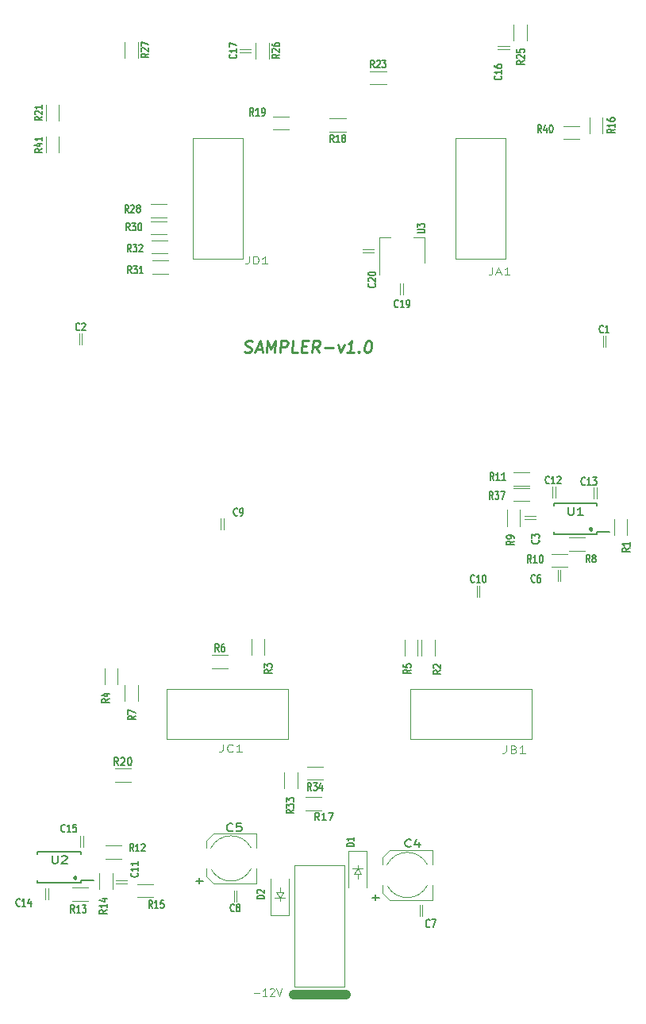
<source format=gbr>
G04 #@! TF.GenerationSoftware,KiCad,Pcbnew,7.0.1-0*
G04 #@! TF.CreationDate,2023-04-06T10:22:02-07:00*
G04 #@! TF.ProjectId,Sampler-built,53616d70-6c65-4722-9d62-75696c742e6b,rev?*
G04 #@! TF.SameCoordinates,PXb71b00PY73f50f0*
G04 #@! TF.FileFunction,Legend,Top*
G04 #@! TF.FilePolarity,Positive*
%FSLAX46Y46*%
G04 Gerber Fmt 4.6, Leading zero omitted, Abs format (unit mm)*
G04 Created by KiCad (PCBNEW 7.0.1-0) date 2023-04-06 10:22:02*
%MOMM*%
%LPD*%
G01*
G04 APERTURE LIST*
G04 Aperture macros list*
%AMOutline4P*
0 Free polygon, 4 corners , with rotation*
0 The origin of the aperture is its center*
0 number of corners: always 4*
0 $1 to $8 corner X, Y*
0 $9 Rotation angle, in degrees counterclockwise*
0 create outline with 4 corners*
4,1,4,$1,$2,$3,$4,$5,$6,$7,$8,$1,$2,$9*%
G04 Aperture macros list end*
%ADD10C,0.254000*%
%ADD11C,0.150000*%
%ADD12C,0.120000*%
%ADD13C,0.152400*%
%ADD14C,0.120650*%
%ADD15C,0.100000*%
%ADD16C,1.000000*%
%ADD17R,1.000000X1.000000*%
%ADD18R,1.200000X0.900000*%
%ADD19R,1.700000X1.700000*%
%ADD20O,1.700000X1.700000*%
%ADD21R,3.000000X1.600000*%
%ADD22R,1.450000X0.450000*%
%ADD23R,1.000000X1.500000*%
%ADD24R,1.000000X1.800000*%
%ADD25Outline4P,-1.100000X-0.500000X1.100000X-0.500000X0.400000X0.500000X-0.400000X0.500000X180.000000*%
%ADD26R,2.200000X1.840000*%
%ADD27Outline4P,-1.100000X-0.425000X1.100000X-0.425000X0.500000X0.425000X-0.500000X0.425000X0.000000*%
%ADD28C,1.930400*%
%ADD29C,1.800000*%
%ADD30C,1.500000*%
%ADD31O,1.397000X1.092200*%
%ADD32O,1.524000X1.524000*%
%ADD33C,2.540000*%
G04 APERTURE END LIST*
D10*
X31088244Y69922950D02*
X31262113Y69862474D01*
X31262113Y69862474D02*
X31564494Y69862474D01*
X31564494Y69862474D02*
X31693006Y69922950D01*
X31693006Y69922950D02*
X31761042Y69983427D01*
X31761042Y69983427D02*
X31836637Y70104379D01*
X31836637Y70104379D02*
X31851756Y70225331D01*
X31851756Y70225331D02*
X31806399Y70346284D01*
X31806399Y70346284D02*
X31753482Y70406760D01*
X31753482Y70406760D02*
X31640090Y70467236D01*
X31640090Y70467236D02*
X31405744Y70527712D01*
X31405744Y70527712D02*
X31292351Y70588189D01*
X31292351Y70588189D02*
X31239435Y70648665D01*
X31239435Y70648665D02*
X31194078Y70769617D01*
X31194078Y70769617D02*
X31209197Y70890570D01*
X31209197Y70890570D02*
X31284792Y71011522D01*
X31284792Y71011522D02*
X31352828Y71071998D01*
X31352828Y71071998D02*
X31481340Y71132474D01*
X31481340Y71132474D02*
X31783720Y71132474D01*
X31783720Y71132474D02*
X31957590Y71071998D01*
X32328006Y70225331D02*
X32932768Y70225331D01*
X32161696Y69862474D02*
X32743780Y71132474D01*
X32743780Y71132474D02*
X33008363Y69862474D01*
X33424137Y69862474D02*
X33582887Y71132474D01*
X33582887Y71132474D02*
X33892827Y70225331D01*
X33892827Y70225331D02*
X34429554Y71132474D01*
X34429554Y71132474D02*
X34270804Y69862474D01*
X34868006Y69862474D02*
X35026756Y71132474D01*
X35026756Y71132474D02*
X35510565Y71132474D01*
X35510565Y71132474D02*
X35623958Y71071998D01*
X35623958Y71071998D02*
X35676875Y71011522D01*
X35676875Y71011522D02*
X35722232Y70890570D01*
X35722232Y70890570D02*
X35699554Y70709141D01*
X35699554Y70709141D02*
X35623958Y70588189D01*
X35623958Y70588189D02*
X35555923Y70527712D01*
X35555923Y70527712D02*
X35427411Y70467236D01*
X35427411Y70467236D02*
X34943601Y70467236D01*
X36735208Y69862474D02*
X36130446Y69862474D01*
X36130446Y69862474D02*
X36289196Y71132474D01*
X37234137Y70527712D02*
X37657470Y70527712D01*
X37755744Y69862474D02*
X37150982Y69862474D01*
X37150982Y69862474D02*
X37309732Y71132474D01*
X37309732Y71132474D02*
X37914494Y71132474D01*
X39018184Y69862474D02*
X38670446Y70467236D01*
X38292470Y69862474D02*
X38451220Y71132474D01*
X38451220Y71132474D02*
X38935029Y71132474D01*
X38935029Y71132474D02*
X39048422Y71071998D01*
X39048422Y71071998D02*
X39101339Y71011522D01*
X39101339Y71011522D02*
X39146696Y70890570D01*
X39146696Y70890570D02*
X39124018Y70709141D01*
X39124018Y70709141D02*
X39048422Y70588189D01*
X39048422Y70588189D02*
X38980387Y70527712D01*
X38980387Y70527712D02*
X38851875Y70467236D01*
X38851875Y70467236D02*
X38368065Y70467236D01*
X39615386Y70346284D02*
X40583005Y70346284D01*
X41112172Y70709141D02*
X41308720Y69862474D01*
X41308720Y69862474D02*
X41716934Y70709141D01*
X42752589Y69862474D02*
X42026875Y69862474D01*
X42389732Y69862474D02*
X42548482Y71132474D01*
X42548482Y71132474D02*
X42404851Y70951046D01*
X42404851Y70951046D02*
X42268780Y70830093D01*
X42268780Y70830093D02*
X42140268Y70769617D01*
X43304434Y69983427D02*
X43357351Y69922950D01*
X43357351Y69922950D02*
X43289315Y69862474D01*
X43289315Y69862474D02*
X43236398Y69922950D01*
X43236398Y69922950D02*
X43304434Y69983427D01*
X43304434Y69983427D02*
X43289315Y69862474D01*
X44287172Y71132474D02*
X44408124Y71132474D01*
X44408124Y71132474D02*
X44521517Y71071998D01*
X44521517Y71071998D02*
X44574434Y71011522D01*
X44574434Y71011522D02*
X44619791Y70890570D01*
X44619791Y70890570D02*
X44650029Y70648665D01*
X44650029Y70648665D02*
X44612231Y70346284D01*
X44612231Y70346284D02*
X44521517Y70104379D01*
X44521517Y70104379D02*
X44445922Y69983427D01*
X44445922Y69983427D02*
X44377886Y69922950D01*
X44377886Y69922950D02*
X44249374Y69862474D01*
X44249374Y69862474D02*
X44128422Y69862474D01*
X44128422Y69862474D02*
X44015029Y69922950D01*
X44015029Y69922950D02*
X43962112Y69983427D01*
X43962112Y69983427D02*
X43916755Y70104379D01*
X43916755Y70104379D02*
X43886517Y70346284D01*
X43886517Y70346284D02*
X43924315Y70648665D01*
X43924315Y70648665D02*
X44015029Y70890570D01*
X44015029Y70890570D02*
X44090624Y71011522D01*
X44090624Y71011522D02*
X44158660Y71071998D01*
X44158660Y71071998D02*
X44287172Y71132474D01*
D11*
G04 #@! TO.C,C7*
X50861666Y8641393D02*
X50830714Y8602688D01*
X50830714Y8602688D02*
X50737856Y8563984D01*
X50737856Y8563984D02*
X50675952Y8563984D01*
X50675952Y8563984D02*
X50583095Y8602688D01*
X50583095Y8602688D02*
X50521190Y8680098D01*
X50521190Y8680098D02*
X50490237Y8757508D01*
X50490237Y8757508D02*
X50459285Y8912327D01*
X50459285Y8912327D02*
X50459285Y9028441D01*
X50459285Y9028441D02*
X50490237Y9183260D01*
X50490237Y9183260D02*
X50521190Y9260669D01*
X50521190Y9260669D02*
X50583095Y9338079D01*
X50583095Y9338079D02*
X50675952Y9376784D01*
X50675952Y9376784D02*
X50737856Y9376784D01*
X50737856Y9376784D02*
X50830714Y9338079D01*
X50830714Y9338079D02*
X50861666Y9299374D01*
X51078333Y9376784D02*
X51511666Y9376784D01*
X51511666Y9376784D02*
X51233095Y8563984D01*
G04 #@! TO.C,C17*
X30198607Y101642143D02*
X30237312Y101611191D01*
X30237312Y101611191D02*
X30276016Y101518333D01*
X30276016Y101518333D02*
X30276016Y101456429D01*
X30276016Y101456429D02*
X30237312Y101363572D01*
X30237312Y101363572D02*
X30159902Y101301667D01*
X30159902Y101301667D02*
X30082492Y101270714D01*
X30082492Y101270714D02*
X29927673Y101239762D01*
X29927673Y101239762D02*
X29811559Y101239762D01*
X29811559Y101239762D02*
X29656740Y101270714D01*
X29656740Y101270714D02*
X29579331Y101301667D01*
X29579331Y101301667D02*
X29501921Y101363572D01*
X29501921Y101363572D02*
X29463216Y101456429D01*
X29463216Y101456429D02*
X29463216Y101518333D01*
X29463216Y101518333D02*
X29501921Y101611191D01*
X29501921Y101611191D02*
X29540626Y101642143D01*
X30276016Y102261191D02*
X30276016Y101889762D01*
X30276016Y102075476D02*
X29463216Y102075476D01*
X29463216Y102075476D02*
X29579331Y102013572D01*
X29579331Y102013572D02*
X29656740Y101951667D01*
X29656740Y101951667D02*
X29695445Y101889762D01*
X29463216Y102477858D02*
X29463216Y102911191D01*
X29463216Y102911191D02*
X30276016Y102632620D01*
G04 #@! TO.C,R26*
X34826016Y101642143D02*
X34438969Y101425476D01*
X34826016Y101270714D02*
X34013216Y101270714D01*
X34013216Y101270714D02*
X34013216Y101518333D01*
X34013216Y101518333D02*
X34051921Y101580238D01*
X34051921Y101580238D02*
X34090626Y101611191D01*
X34090626Y101611191D02*
X34168035Y101642143D01*
X34168035Y101642143D02*
X34284150Y101642143D01*
X34284150Y101642143D02*
X34361559Y101611191D01*
X34361559Y101611191D02*
X34400264Y101580238D01*
X34400264Y101580238D02*
X34438969Y101518333D01*
X34438969Y101518333D02*
X34438969Y101270714D01*
X34090626Y101889762D02*
X34051921Y101920714D01*
X34051921Y101920714D02*
X34013216Y101982619D01*
X34013216Y101982619D02*
X34013216Y102137381D01*
X34013216Y102137381D02*
X34051921Y102199286D01*
X34051921Y102199286D02*
X34090626Y102230238D01*
X34090626Y102230238D02*
X34168035Y102261191D01*
X34168035Y102261191D02*
X34245445Y102261191D01*
X34245445Y102261191D02*
X34361559Y102230238D01*
X34361559Y102230238D02*
X34826016Y101858810D01*
X34826016Y101858810D02*
X34826016Y102261191D01*
X34013216Y102818334D02*
X34013216Y102694524D01*
X34013216Y102694524D02*
X34051921Y102632620D01*
X34051921Y102632620D02*
X34090626Y102601667D01*
X34090626Y102601667D02*
X34206740Y102539762D01*
X34206740Y102539762D02*
X34361559Y102508810D01*
X34361559Y102508810D02*
X34671197Y102508810D01*
X34671197Y102508810D02*
X34748607Y102539762D01*
X34748607Y102539762D02*
X34787312Y102570715D01*
X34787312Y102570715D02*
X34826016Y102632620D01*
X34826016Y102632620D02*
X34826016Y102756429D01*
X34826016Y102756429D02*
X34787312Y102818334D01*
X34787312Y102818334D02*
X34748607Y102849286D01*
X34748607Y102849286D02*
X34671197Y102880239D01*
X34671197Y102880239D02*
X34477673Y102880239D01*
X34477673Y102880239D02*
X34400264Y102849286D01*
X34400264Y102849286D02*
X34361559Y102818334D01*
X34361559Y102818334D02*
X34322854Y102756429D01*
X34322854Y102756429D02*
X34322854Y102632620D01*
X34322854Y102632620D02*
X34361559Y102570715D01*
X34361559Y102570715D02*
X34400264Y102539762D01*
X34400264Y102539762D02*
X34477673Y102508810D01*
G04 #@! TO.C,R2*
X52036016Y35961667D02*
X51648969Y35745000D01*
X52036016Y35590238D02*
X51223216Y35590238D01*
X51223216Y35590238D02*
X51223216Y35837857D01*
X51223216Y35837857D02*
X51261921Y35899762D01*
X51261921Y35899762D02*
X51300626Y35930715D01*
X51300626Y35930715D02*
X51378035Y35961667D01*
X51378035Y35961667D02*
X51494150Y35961667D01*
X51494150Y35961667D02*
X51571559Y35930715D01*
X51571559Y35930715D02*
X51610264Y35899762D01*
X51610264Y35899762D02*
X51648969Y35837857D01*
X51648969Y35837857D02*
X51648969Y35590238D01*
X51300626Y36209286D02*
X51261921Y36240238D01*
X51261921Y36240238D02*
X51223216Y36302143D01*
X51223216Y36302143D02*
X51223216Y36456905D01*
X51223216Y36456905D02*
X51261921Y36518810D01*
X51261921Y36518810D02*
X51300626Y36549762D01*
X51300626Y36549762D02*
X51378035Y36580715D01*
X51378035Y36580715D02*
X51455445Y36580715D01*
X51455445Y36580715D02*
X51571559Y36549762D01*
X51571559Y36549762D02*
X52036016Y36178334D01*
X52036016Y36178334D02*
X52036016Y36580715D01*
G04 #@! TO.C,R37*
X57602142Y54223984D02*
X57385475Y54611031D01*
X57230713Y54223984D02*
X57230713Y55036784D01*
X57230713Y55036784D02*
X57478332Y55036784D01*
X57478332Y55036784D02*
X57540237Y54998079D01*
X57540237Y54998079D02*
X57571190Y54959374D01*
X57571190Y54959374D02*
X57602142Y54881965D01*
X57602142Y54881965D02*
X57602142Y54765850D01*
X57602142Y54765850D02*
X57571190Y54688441D01*
X57571190Y54688441D02*
X57540237Y54649736D01*
X57540237Y54649736D02*
X57478332Y54611031D01*
X57478332Y54611031D02*
X57230713Y54611031D01*
X57818809Y55036784D02*
X58221190Y55036784D01*
X58221190Y55036784D02*
X58004523Y54727146D01*
X58004523Y54727146D02*
X58097380Y54727146D01*
X58097380Y54727146D02*
X58159285Y54688441D01*
X58159285Y54688441D02*
X58190237Y54649736D01*
X58190237Y54649736D02*
X58221190Y54572327D01*
X58221190Y54572327D02*
X58221190Y54378803D01*
X58221190Y54378803D02*
X58190237Y54301393D01*
X58190237Y54301393D02*
X58159285Y54262688D01*
X58159285Y54262688D02*
X58097380Y54223984D01*
X58097380Y54223984D02*
X57911666Y54223984D01*
X57911666Y54223984D02*
X57849761Y54262688D01*
X57849761Y54262688D02*
X57818809Y54301393D01*
X58437857Y55036784D02*
X58871190Y55036784D01*
X58871190Y55036784D02*
X58592619Y54223984D01*
G04 #@! TO.C,D2*
X33246016Y11590238D02*
X32433216Y11590238D01*
X32433216Y11590238D02*
X32433216Y11745000D01*
X32433216Y11745000D02*
X32471921Y11837857D01*
X32471921Y11837857D02*
X32549331Y11899762D01*
X32549331Y11899762D02*
X32626740Y11930715D01*
X32626740Y11930715D02*
X32781559Y11961667D01*
X32781559Y11961667D02*
X32897673Y11961667D01*
X32897673Y11961667D02*
X33052492Y11930715D01*
X33052492Y11930715D02*
X33129902Y11899762D01*
X33129902Y11899762D02*
X33207312Y11837857D01*
X33207312Y11837857D02*
X33246016Y11745000D01*
X33246016Y11745000D02*
X33246016Y11590238D01*
X32510626Y12209286D02*
X32471921Y12240238D01*
X32471921Y12240238D02*
X32433216Y12302143D01*
X32433216Y12302143D02*
X32433216Y12456905D01*
X32433216Y12456905D02*
X32471921Y12518810D01*
X32471921Y12518810D02*
X32510626Y12549762D01*
X32510626Y12549762D02*
X32588035Y12580715D01*
X32588035Y12580715D02*
X32665445Y12580715D01*
X32665445Y12580715D02*
X32781559Y12549762D01*
X32781559Y12549762D02*
X33246016Y12178334D01*
X33246016Y12178334D02*
X33246016Y12580715D01*
G04 #@! TO.C,R33*
X36376016Y21092143D02*
X35988969Y20875476D01*
X36376016Y20720714D02*
X35563216Y20720714D01*
X35563216Y20720714D02*
X35563216Y20968333D01*
X35563216Y20968333D02*
X35601921Y21030238D01*
X35601921Y21030238D02*
X35640626Y21061191D01*
X35640626Y21061191D02*
X35718035Y21092143D01*
X35718035Y21092143D02*
X35834150Y21092143D01*
X35834150Y21092143D02*
X35911559Y21061191D01*
X35911559Y21061191D02*
X35950264Y21030238D01*
X35950264Y21030238D02*
X35988969Y20968333D01*
X35988969Y20968333D02*
X35988969Y20720714D01*
X35563216Y21308810D02*
X35563216Y21711191D01*
X35563216Y21711191D02*
X35872854Y21494524D01*
X35872854Y21494524D02*
X35872854Y21587381D01*
X35872854Y21587381D02*
X35911559Y21649286D01*
X35911559Y21649286D02*
X35950264Y21680238D01*
X35950264Y21680238D02*
X36027673Y21711191D01*
X36027673Y21711191D02*
X36221197Y21711191D01*
X36221197Y21711191D02*
X36298607Y21680238D01*
X36298607Y21680238D02*
X36337312Y21649286D01*
X36337312Y21649286D02*
X36376016Y21587381D01*
X36376016Y21587381D02*
X36376016Y21401667D01*
X36376016Y21401667D02*
X36337312Y21339762D01*
X36337312Y21339762D02*
X36298607Y21308810D01*
X35563216Y21927858D02*
X35563216Y22330239D01*
X35563216Y22330239D02*
X35872854Y22113572D01*
X35872854Y22113572D02*
X35872854Y22206429D01*
X35872854Y22206429D02*
X35911559Y22268334D01*
X35911559Y22268334D02*
X35950264Y22299286D01*
X35950264Y22299286D02*
X36027673Y22330239D01*
X36027673Y22330239D02*
X36221197Y22330239D01*
X36221197Y22330239D02*
X36298607Y22299286D01*
X36298607Y22299286D02*
X36337312Y22268334D01*
X36337312Y22268334D02*
X36376016Y22206429D01*
X36376016Y22206429D02*
X36376016Y22020715D01*
X36376016Y22020715D02*
X36337312Y21958810D01*
X36337312Y21958810D02*
X36298607Y21927858D01*
D12*
G04 #@! TO.C,JC1*
X28798012Y28074420D02*
X28798012Y27493848D01*
X28798012Y27493848D02*
X28750393Y27377734D01*
X28750393Y27377734D02*
X28655155Y27300324D01*
X28655155Y27300324D02*
X28512298Y27261620D01*
X28512298Y27261620D02*
X28417060Y27261620D01*
X29845631Y27339029D02*
X29798012Y27300324D01*
X29798012Y27300324D02*
X29655155Y27261620D01*
X29655155Y27261620D02*
X29559917Y27261620D01*
X29559917Y27261620D02*
X29417060Y27300324D01*
X29417060Y27300324D02*
X29321822Y27377734D01*
X29321822Y27377734D02*
X29274203Y27455144D01*
X29274203Y27455144D02*
X29226584Y27609963D01*
X29226584Y27609963D02*
X29226584Y27726077D01*
X29226584Y27726077D02*
X29274203Y27880896D01*
X29274203Y27880896D02*
X29321822Y27958305D01*
X29321822Y27958305D02*
X29417060Y28035715D01*
X29417060Y28035715D02*
X29559917Y28074420D01*
X29559917Y28074420D02*
X29655155Y28074420D01*
X29655155Y28074420D02*
X29798012Y28035715D01*
X29798012Y28035715D02*
X29845631Y27997010D01*
X30798012Y27261620D02*
X30226584Y27261620D01*
X30512298Y27261620D02*
X30512298Y28074420D01*
X30512298Y28074420D02*
X30417060Y27958305D01*
X30417060Y27958305D02*
X30321822Y27880896D01*
X30321822Y27880896D02*
X30226584Y27842191D01*
D11*
G04 #@! TO.C,R16*
X70596016Y93672143D02*
X70208969Y93455476D01*
X70596016Y93300714D02*
X69783216Y93300714D01*
X69783216Y93300714D02*
X69783216Y93548333D01*
X69783216Y93548333D02*
X69821921Y93610238D01*
X69821921Y93610238D02*
X69860626Y93641191D01*
X69860626Y93641191D02*
X69938035Y93672143D01*
X69938035Y93672143D02*
X70054150Y93672143D01*
X70054150Y93672143D02*
X70131559Y93641191D01*
X70131559Y93641191D02*
X70170264Y93610238D01*
X70170264Y93610238D02*
X70208969Y93548333D01*
X70208969Y93548333D02*
X70208969Y93300714D01*
X70596016Y94291191D02*
X70596016Y93919762D01*
X70596016Y94105476D02*
X69783216Y94105476D01*
X69783216Y94105476D02*
X69899331Y94043572D01*
X69899331Y94043572D02*
X69976740Y93981667D01*
X69976740Y93981667D02*
X70015445Y93919762D01*
X69783216Y94848334D02*
X69783216Y94724524D01*
X69783216Y94724524D02*
X69821921Y94662620D01*
X69821921Y94662620D02*
X69860626Y94631667D01*
X69860626Y94631667D02*
X69976740Y94569762D01*
X69976740Y94569762D02*
X70131559Y94538810D01*
X70131559Y94538810D02*
X70441197Y94538810D01*
X70441197Y94538810D02*
X70518607Y94569762D01*
X70518607Y94569762D02*
X70557312Y94600715D01*
X70557312Y94600715D02*
X70596016Y94662620D01*
X70596016Y94662620D02*
X70596016Y94786429D01*
X70596016Y94786429D02*
X70557312Y94848334D01*
X70557312Y94848334D02*
X70518607Y94879286D01*
X70518607Y94879286D02*
X70441197Y94910239D01*
X70441197Y94910239D02*
X70247673Y94910239D01*
X70247673Y94910239D02*
X70170264Y94879286D01*
X70170264Y94879286D02*
X70131559Y94848334D01*
X70131559Y94848334D02*
X70092854Y94786429D01*
X70092854Y94786429D02*
X70092854Y94662620D01*
X70092854Y94662620D02*
X70131559Y94600715D01*
X70131559Y94600715D02*
X70170264Y94569762D01*
X70170264Y94569762D02*
X70247673Y94538810D01*
G04 #@! TO.C,C1*
X69361666Y72041393D02*
X69330714Y72002688D01*
X69330714Y72002688D02*
X69237856Y71963984D01*
X69237856Y71963984D02*
X69175952Y71963984D01*
X69175952Y71963984D02*
X69083095Y72002688D01*
X69083095Y72002688D02*
X69021190Y72080098D01*
X69021190Y72080098D02*
X68990237Y72157508D01*
X68990237Y72157508D02*
X68959285Y72312327D01*
X68959285Y72312327D02*
X68959285Y72428441D01*
X68959285Y72428441D02*
X68990237Y72583260D01*
X68990237Y72583260D02*
X69021190Y72660669D01*
X69021190Y72660669D02*
X69083095Y72738079D01*
X69083095Y72738079D02*
X69175952Y72776784D01*
X69175952Y72776784D02*
X69237856Y72776784D01*
X69237856Y72776784D02*
X69330714Y72738079D01*
X69330714Y72738079D02*
X69361666Y72699374D01*
X69980714Y71963984D02*
X69609285Y71963984D01*
X69794999Y71963984D02*
X69794999Y72776784D01*
X69794999Y72776784D02*
X69733095Y72660669D01*
X69733095Y72660669D02*
X69671190Y72583260D01*
X69671190Y72583260D02*
X69609285Y72544555D01*
D13*
G04 #@! TO.C,C4*
X48860667Y17201393D02*
X48812286Y17162688D01*
X48812286Y17162688D02*
X48667143Y17123984D01*
X48667143Y17123984D02*
X48570381Y17123984D01*
X48570381Y17123984D02*
X48425238Y17162688D01*
X48425238Y17162688D02*
X48328476Y17240098D01*
X48328476Y17240098D02*
X48280095Y17317508D01*
X48280095Y17317508D02*
X48231714Y17472327D01*
X48231714Y17472327D02*
X48231714Y17588441D01*
X48231714Y17588441D02*
X48280095Y17743260D01*
X48280095Y17743260D02*
X48328476Y17820669D01*
X48328476Y17820669D02*
X48425238Y17898079D01*
X48425238Y17898079D02*
X48570381Y17936784D01*
X48570381Y17936784D02*
X48667143Y17936784D01*
X48667143Y17936784D02*
X48812286Y17898079D01*
X48812286Y17898079D02*
X48860667Y17859374D01*
X49731524Y17665850D02*
X49731524Y17123984D01*
X49489619Y17975488D02*
X49247714Y17394917D01*
X49247714Y17394917D02*
X49876667Y17394917D01*
D11*
X44699048Y11723622D02*
X45460953Y11723622D01*
X45080000Y11413984D02*
X45080000Y12033260D01*
G04 #@! TO.C,R5*
X48856016Y36021667D02*
X48468969Y35805000D01*
X48856016Y35650238D02*
X48043216Y35650238D01*
X48043216Y35650238D02*
X48043216Y35897857D01*
X48043216Y35897857D02*
X48081921Y35959762D01*
X48081921Y35959762D02*
X48120626Y35990715D01*
X48120626Y35990715D02*
X48198035Y36021667D01*
X48198035Y36021667D02*
X48314150Y36021667D01*
X48314150Y36021667D02*
X48391559Y35990715D01*
X48391559Y35990715D02*
X48430264Y35959762D01*
X48430264Y35959762D02*
X48468969Y35897857D01*
X48468969Y35897857D02*
X48468969Y35650238D01*
X48043216Y36609762D02*
X48043216Y36300238D01*
X48043216Y36300238D02*
X48430264Y36269286D01*
X48430264Y36269286D02*
X48391559Y36300238D01*
X48391559Y36300238D02*
X48352854Y36362143D01*
X48352854Y36362143D02*
X48352854Y36516905D01*
X48352854Y36516905D02*
X48391559Y36578810D01*
X48391559Y36578810D02*
X48430264Y36609762D01*
X48430264Y36609762D02*
X48507673Y36640715D01*
X48507673Y36640715D02*
X48701197Y36640715D01*
X48701197Y36640715D02*
X48778607Y36609762D01*
X48778607Y36609762D02*
X48817312Y36578810D01*
X48817312Y36578810D02*
X48856016Y36516905D01*
X48856016Y36516905D02*
X48856016Y36362143D01*
X48856016Y36362143D02*
X48817312Y36300238D01*
X48817312Y36300238D02*
X48778607Y36269286D01*
G04 #@! TO.C,R14*
X16436016Y10412143D02*
X16048969Y10195476D01*
X16436016Y10040714D02*
X15623216Y10040714D01*
X15623216Y10040714D02*
X15623216Y10288333D01*
X15623216Y10288333D02*
X15661921Y10350238D01*
X15661921Y10350238D02*
X15700626Y10381191D01*
X15700626Y10381191D02*
X15778035Y10412143D01*
X15778035Y10412143D02*
X15894150Y10412143D01*
X15894150Y10412143D02*
X15971559Y10381191D01*
X15971559Y10381191D02*
X16010264Y10350238D01*
X16010264Y10350238D02*
X16048969Y10288333D01*
X16048969Y10288333D02*
X16048969Y10040714D01*
X16436016Y11031191D02*
X16436016Y10659762D01*
X16436016Y10845476D02*
X15623216Y10845476D01*
X15623216Y10845476D02*
X15739331Y10783572D01*
X15739331Y10783572D02*
X15816740Y10721667D01*
X15816740Y10721667D02*
X15855445Y10659762D01*
X15894150Y11588334D02*
X16436016Y11588334D01*
X15584512Y11433572D02*
X16165083Y11278810D01*
X16165083Y11278810D02*
X16165083Y11681191D01*
G04 #@! TO.C,R25*
X60946016Y100992143D02*
X60558969Y100775476D01*
X60946016Y100620714D02*
X60133216Y100620714D01*
X60133216Y100620714D02*
X60133216Y100868333D01*
X60133216Y100868333D02*
X60171921Y100930238D01*
X60171921Y100930238D02*
X60210626Y100961191D01*
X60210626Y100961191D02*
X60288035Y100992143D01*
X60288035Y100992143D02*
X60404150Y100992143D01*
X60404150Y100992143D02*
X60481559Y100961191D01*
X60481559Y100961191D02*
X60520264Y100930238D01*
X60520264Y100930238D02*
X60558969Y100868333D01*
X60558969Y100868333D02*
X60558969Y100620714D01*
X60210626Y101239762D02*
X60171921Y101270714D01*
X60171921Y101270714D02*
X60133216Y101332619D01*
X60133216Y101332619D02*
X60133216Y101487381D01*
X60133216Y101487381D02*
X60171921Y101549286D01*
X60171921Y101549286D02*
X60210626Y101580238D01*
X60210626Y101580238D02*
X60288035Y101611191D01*
X60288035Y101611191D02*
X60365445Y101611191D01*
X60365445Y101611191D02*
X60481559Y101580238D01*
X60481559Y101580238D02*
X60946016Y101208810D01*
X60946016Y101208810D02*
X60946016Y101611191D01*
X60133216Y102199286D02*
X60133216Y101889762D01*
X60133216Y101889762D02*
X60520264Y101858810D01*
X60520264Y101858810D02*
X60481559Y101889762D01*
X60481559Y101889762D02*
X60442854Y101951667D01*
X60442854Y101951667D02*
X60442854Y102106429D01*
X60442854Y102106429D02*
X60481559Y102168334D01*
X60481559Y102168334D02*
X60520264Y102199286D01*
X60520264Y102199286D02*
X60597673Y102230239D01*
X60597673Y102230239D02*
X60791197Y102230239D01*
X60791197Y102230239D02*
X60868607Y102199286D01*
X60868607Y102199286D02*
X60907312Y102168334D01*
X60907312Y102168334D02*
X60946016Y102106429D01*
X60946016Y102106429D02*
X60946016Y101951667D01*
X60946016Y101951667D02*
X60907312Y101889762D01*
X60907312Y101889762D02*
X60868607Y101858810D01*
G04 #@! TO.C,C15*
X11942142Y18791393D02*
X11911190Y18752688D01*
X11911190Y18752688D02*
X11818332Y18713984D01*
X11818332Y18713984D02*
X11756428Y18713984D01*
X11756428Y18713984D02*
X11663571Y18752688D01*
X11663571Y18752688D02*
X11601666Y18830098D01*
X11601666Y18830098D02*
X11570713Y18907508D01*
X11570713Y18907508D02*
X11539761Y19062327D01*
X11539761Y19062327D02*
X11539761Y19178441D01*
X11539761Y19178441D02*
X11570713Y19333260D01*
X11570713Y19333260D02*
X11601666Y19410669D01*
X11601666Y19410669D02*
X11663571Y19488079D01*
X11663571Y19488079D02*
X11756428Y19526784D01*
X11756428Y19526784D02*
X11818332Y19526784D01*
X11818332Y19526784D02*
X11911190Y19488079D01*
X11911190Y19488079D02*
X11942142Y19449374D01*
X12561190Y18713984D02*
X12189761Y18713984D01*
X12375475Y18713984D02*
X12375475Y19526784D01*
X12375475Y19526784D02*
X12313571Y19410669D01*
X12313571Y19410669D02*
X12251666Y19333260D01*
X12251666Y19333260D02*
X12189761Y19294555D01*
X13149285Y19526784D02*
X12839761Y19526784D01*
X12839761Y19526784D02*
X12808809Y19139736D01*
X12808809Y19139736D02*
X12839761Y19178441D01*
X12839761Y19178441D02*
X12901666Y19217146D01*
X12901666Y19217146D02*
X13056428Y19217146D01*
X13056428Y19217146D02*
X13118333Y19178441D01*
X13118333Y19178441D02*
X13149285Y19139736D01*
X13149285Y19139736D02*
X13180238Y19062327D01*
X13180238Y19062327D02*
X13180238Y18868803D01*
X13180238Y18868803D02*
X13149285Y18791393D01*
X13149285Y18791393D02*
X13118333Y18752688D01*
X13118333Y18752688D02*
X13056428Y18713984D01*
X13056428Y18713984D02*
X12901666Y18713984D01*
X12901666Y18713984D02*
X12839761Y18752688D01*
X12839761Y18752688D02*
X12808809Y18791393D01*
G04 #@! TO.C,C19*
X47482142Y74741393D02*
X47451190Y74702688D01*
X47451190Y74702688D02*
X47358332Y74663984D01*
X47358332Y74663984D02*
X47296428Y74663984D01*
X47296428Y74663984D02*
X47203571Y74702688D01*
X47203571Y74702688D02*
X47141666Y74780098D01*
X47141666Y74780098D02*
X47110713Y74857508D01*
X47110713Y74857508D02*
X47079761Y75012327D01*
X47079761Y75012327D02*
X47079761Y75128441D01*
X47079761Y75128441D02*
X47110713Y75283260D01*
X47110713Y75283260D02*
X47141666Y75360669D01*
X47141666Y75360669D02*
X47203571Y75438079D01*
X47203571Y75438079D02*
X47296428Y75476784D01*
X47296428Y75476784D02*
X47358332Y75476784D01*
X47358332Y75476784D02*
X47451190Y75438079D01*
X47451190Y75438079D02*
X47482142Y75399374D01*
X48101190Y74663984D02*
X47729761Y74663984D01*
X47915475Y74663984D02*
X47915475Y75476784D01*
X47915475Y75476784D02*
X47853571Y75360669D01*
X47853571Y75360669D02*
X47791666Y75283260D01*
X47791666Y75283260D02*
X47729761Y75244555D01*
X48410714Y74663984D02*
X48534523Y74663984D01*
X48534523Y74663984D02*
X48596428Y74702688D01*
X48596428Y74702688D02*
X48627380Y74741393D01*
X48627380Y74741393D02*
X48689285Y74857508D01*
X48689285Y74857508D02*
X48720238Y75012327D01*
X48720238Y75012327D02*
X48720238Y75321965D01*
X48720238Y75321965D02*
X48689285Y75399374D01*
X48689285Y75399374D02*
X48658333Y75438079D01*
X48658333Y75438079D02*
X48596428Y75476784D01*
X48596428Y75476784D02*
X48472619Y75476784D01*
X48472619Y75476784D02*
X48410714Y75438079D01*
X48410714Y75438079D02*
X48379761Y75399374D01*
X48379761Y75399374D02*
X48348809Y75321965D01*
X48348809Y75321965D02*
X48348809Y75128441D01*
X48348809Y75128441D02*
X48379761Y75051031D01*
X48379761Y75051031D02*
X48410714Y75012327D01*
X48410714Y75012327D02*
X48472619Y74973622D01*
X48472619Y74973622D02*
X48596428Y74973622D01*
X48596428Y74973622D02*
X48658333Y75012327D01*
X48658333Y75012327D02*
X48689285Y75051031D01*
X48689285Y75051031D02*
X48720238Y75128441D01*
G04 #@! TO.C,C20*
X45008607Y77202143D02*
X45047312Y77171191D01*
X45047312Y77171191D02*
X45086016Y77078333D01*
X45086016Y77078333D02*
X45086016Y77016429D01*
X45086016Y77016429D02*
X45047312Y76923572D01*
X45047312Y76923572D02*
X44969902Y76861667D01*
X44969902Y76861667D02*
X44892492Y76830714D01*
X44892492Y76830714D02*
X44737673Y76799762D01*
X44737673Y76799762D02*
X44621559Y76799762D01*
X44621559Y76799762D02*
X44466740Y76830714D01*
X44466740Y76830714D02*
X44389331Y76861667D01*
X44389331Y76861667D02*
X44311921Y76923572D01*
X44311921Y76923572D02*
X44273216Y77016429D01*
X44273216Y77016429D02*
X44273216Y77078333D01*
X44273216Y77078333D02*
X44311921Y77171191D01*
X44311921Y77171191D02*
X44350626Y77202143D01*
X44350626Y77449762D02*
X44311921Y77480714D01*
X44311921Y77480714D02*
X44273216Y77542619D01*
X44273216Y77542619D02*
X44273216Y77697381D01*
X44273216Y77697381D02*
X44311921Y77759286D01*
X44311921Y77759286D02*
X44350626Y77790238D01*
X44350626Y77790238D02*
X44428035Y77821191D01*
X44428035Y77821191D02*
X44505445Y77821191D01*
X44505445Y77821191D02*
X44621559Y77790238D01*
X44621559Y77790238D02*
X45086016Y77418810D01*
X45086016Y77418810D02*
X45086016Y77821191D01*
X44273216Y78223572D02*
X44273216Y78285477D01*
X44273216Y78285477D02*
X44311921Y78347381D01*
X44311921Y78347381D02*
X44350626Y78378334D01*
X44350626Y78378334D02*
X44428035Y78409286D01*
X44428035Y78409286D02*
X44582854Y78440239D01*
X44582854Y78440239D02*
X44776378Y78440239D01*
X44776378Y78440239D02*
X44931197Y78409286D01*
X44931197Y78409286D02*
X45008607Y78378334D01*
X45008607Y78378334D02*
X45047312Y78347381D01*
X45047312Y78347381D02*
X45086016Y78285477D01*
X45086016Y78285477D02*
X45086016Y78223572D01*
X45086016Y78223572D02*
X45047312Y78161667D01*
X45047312Y78161667D02*
X45008607Y78130715D01*
X45008607Y78130715D02*
X44931197Y78099762D01*
X44931197Y78099762D02*
X44776378Y78068810D01*
X44776378Y78068810D02*
X44582854Y78068810D01*
X44582854Y78068810D02*
X44428035Y78099762D01*
X44428035Y78099762D02*
X44350626Y78130715D01*
X44350626Y78130715D02*
X44311921Y78161667D01*
X44311921Y78161667D02*
X44273216Y78223572D01*
G04 #@! TO.C,D1*
X42786016Y17180238D02*
X41973216Y17180238D01*
X41973216Y17180238D02*
X41973216Y17335000D01*
X41973216Y17335000D02*
X42011921Y17427857D01*
X42011921Y17427857D02*
X42089331Y17489762D01*
X42089331Y17489762D02*
X42166740Y17520715D01*
X42166740Y17520715D02*
X42321559Y17551667D01*
X42321559Y17551667D02*
X42437673Y17551667D01*
X42437673Y17551667D02*
X42592492Y17520715D01*
X42592492Y17520715D02*
X42669902Y17489762D01*
X42669902Y17489762D02*
X42747312Y17427857D01*
X42747312Y17427857D02*
X42786016Y17335000D01*
X42786016Y17335000D02*
X42786016Y17180238D01*
X42786016Y18170715D02*
X42786016Y17799286D01*
X42786016Y17985000D02*
X41973216Y17985000D01*
X41973216Y17985000D02*
X42089331Y17923096D01*
X42089331Y17923096D02*
X42166740Y17861191D01*
X42166740Y17861191D02*
X42205445Y17799286D01*
G04 #@! TO.C,C13*
X67432142Y55801393D02*
X67401190Y55762688D01*
X67401190Y55762688D02*
X67308332Y55723984D01*
X67308332Y55723984D02*
X67246428Y55723984D01*
X67246428Y55723984D02*
X67153571Y55762688D01*
X67153571Y55762688D02*
X67091666Y55840098D01*
X67091666Y55840098D02*
X67060713Y55917508D01*
X67060713Y55917508D02*
X67029761Y56072327D01*
X67029761Y56072327D02*
X67029761Y56188441D01*
X67029761Y56188441D02*
X67060713Y56343260D01*
X67060713Y56343260D02*
X67091666Y56420669D01*
X67091666Y56420669D02*
X67153571Y56498079D01*
X67153571Y56498079D02*
X67246428Y56536784D01*
X67246428Y56536784D02*
X67308332Y56536784D01*
X67308332Y56536784D02*
X67401190Y56498079D01*
X67401190Y56498079D02*
X67432142Y56459374D01*
X68051190Y55723984D02*
X67679761Y55723984D01*
X67865475Y55723984D02*
X67865475Y56536784D01*
X67865475Y56536784D02*
X67803571Y56420669D01*
X67803571Y56420669D02*
X67741666Y56343260D01*
X67741666Y56343260D02*
X67679761Y56304555D01*
X68267857Y56536784D02*
X68670238Y56536784D01*
X68670238Y56536784D02*
X68453571Y56227146D01*
X68453571Y56227146D02*
X68546428Y56227146D01*
X68546428Y56227146D02*
X68608333Y56188441D01*
X68608333Y56188441D02*
X68639285Y56149736D01*
X68639285Y56149736D02*
X68670238Y56072327D01*
X68670238Y56072327D02*
X68670238Y55878803D01*
X68670238Y55878803D02*
X68639285Y55801393D01*
X68639285Y55801393D02*
X68608333Y55762688D01*
X68608333Y55762688D02*
X68546428Y55723984D01*
X68546428Y55723984D02*
X68360714Y55723984D01*
X68360714Y55723984D02*
X68298809Y55762688D01*
X68298809Y55762688D02*
X68267857Y55801393D01*
G04 #@! TO.C,R23*
X44942142Y100233984D02*
X44725475Y100621031D01*
X44570713Y100233984D02*
X44570713Y101046784D01*
X44570713Y101046784D02*
X44818332Y101046784D01*
X44818332Y101046784D02*
X44880237Y101008079D01*
X44880237Y101008079D02*
X44911190Y100969374D01*
X44911190Y100969374D02*
X44942142Y100891965D01*
X44942142Y100891965D02*
X44942142Y100775850D01*
X44942142Y100775850D02*
X44911190Y100698441D01*
X44911190Y100698441D02*
X44880237Y100659736D01*
X44880237Y100659736D02*
X44818332Y100621031D01*
X44818332Y100621031D02*
X44570713Y100621031D01*
X45189761Y100969374D02*
X45220713Y101008079D01*
X45220713Y101008079D02*
X45282618Y101046784D01*
X45282618Y101046784D02*
X45437380Y101046784D01*
X45437380Y101046784D02*
X45499285Y101008079D01*
X45499285Y101008079D02*
X45530237Y100969374D01*
X45530237Y100969374D02*
X45561190Y100891965D01*
X45561190Y100891965D02*
X45561190Y100814555D01*
X45561190Y100814555D02*
X45530237Y100698441D01*
X45530237Y100698441D02*
X45158809Y100233984D01*
X45158809Y100233984D02*
X45561190Y100233984D01*
X45777857Y101046784D02*
X46180238Y101046784D01*
X46180238Y101046784D02*
X45963571Y100737146D01*
X45963571Y100737146D02*
X46056428Y100737146D01*
X46056428Y100737146D02*
X46118333Y100698441D01*
X46118333Y100698441D02*
X46149285Y100659736D01*
X46149285Y100659736D02*
X46180238Y100582327D01*
X46180238Y100582327D02*
X46180238Y100388803D01*
X46180238Y100388803D02*
X46149285Y100311393D01*
X46149285Y100311393D02*
X46118333Y100272688D01*
X46118333Y100272688D02*
X46056428Y100233984D01*
X46056428Y100233984D02*
X45870714Y100233984D01*
X45870714Y100233984D02*
X45808809Y100272688D01*
X45808809Y100272688D02*
X45777857Y100311393D01*
G04 #@! TO.C,C9*
X30341666Y52521393D02*
X30310714Y52482688D01*
X30310714Y52482688D02*
X30217856Y52443984D01*
X30217856Y52443984D02*
X30155952Y52443984D01*
X30155952Y52443984D02*
X30063095Y52482688D01*
X30063095Y52482688D02*
X30001190Y52560098D01*
X30001190Y52560098D02*
X29970237Y52637508D01*
X29970237Y52637508D02*
X29939285Y52792327D01*
X29939285Y52792327D02*
X29939285Y52908441D01*
X29939285Y52908441D02*
X29970237Y53063260D01*
X29970237Y53063260D02*
X30001190Y53140669D01*
X30001190Y53140669D02*
X30063095Y53218079D01*
X30063095Y53218079D02*
X30155952Y53256784D01*
X30155952Y53256784D02*
X30217856Y53256784D01*
X30217856Y53256784D02*
X30310714Y53218079D01*
X30310714Y53218079D02*
X30341666Y53179374D01*
X30651190Y52443984D02*
X30774999Y52443984D01*
X30774999Y52443984D02*
X30836904Y52482688D01*
X30836904Y52482688D02*
X30867856Y52521393D01*
X30867856Y52521393D02*
X30929761Y52637508D01*
X30929761Y52637508D02*
X30960714Y52792327D01*
X30960714Y52792327D02*
X30960714Y53101965D01*
X30960714Y53101965D02*
X30929761Y53179374D01*
X30929761Y53179374D02*
X30898809Y53218079D01*
X30898809Y53218079D02*
X30836904Y53256784D01*
X30836904Y53256784D02*
X30713095Y53256784D01*
X30713095Y53256784D02*
X30651190Y53218079D01*
X30651190Y53218079D02*
X30620237Y53179374D01*
X30620237Y53179374D02*
X30589285Y53101965D01*
X30589285Y53101965D02*
X30589285Y52908441D01*
X30589285Y52908441D02*
X30620237Y52831031D01*
X30620237Y52831031D02*
X30651190Y52792327D01*
X30651190Y52792327D02*
X30713095Y52753622D01*
X30713095Y52753622D02*
X30836904Y52753622D01*
X30836904Y52753622D02*
X30898809Y52792327D01*
X30898809Y52792327D02*
X30929761Y52831031D01*
X30929761Y52831031D02*
X30960714Y52908441D01*
G04 #@! TO.C,R17*
X39080143Y19983984D02*
X38826143Y20371031D01*
X38644714Y19983984D02*
X38644714Y20796784D01*
X38644714Y20796784D02*
X38935000Y20796784D01*
X38935000Y20796784D02*
X39007571Y20758079D01*
X39007571Y20758079D02*
X39043857Y20719374D01*
X39043857Y20719374D02*
X39080143Y20641965D01*
X39080143Y20641965D02*
X39080143Y20525850D01*
X39080143Y20525850D02*
X39043857Y20448441D01*
X39043857Y20448441D02*
X39007571Y20409736D01*
X39007571Y20409736D02*
X38935000Y20371031D01*
X38935000Y20371031D02*
X38644714Y20371031D01*
X39805857Y19983984D02*
X39370428Y19983984D01*
X39588143Y19983984D02*
X39588143Y20796784D01*
X39588143Y20796784D02*
X39515571Y20680669D01*
X39515571Y20680669D02*
X39443000Y20603260D01*
X39443000Y20603260D02*
X39370428Y20564555D01*
X40059857Y20796784D02*
X40567857Y20796784D01*
X40567857Y20796784D02*
X40241285Y19983984D01*
G04 #@! TO.C,U1*
X65638095Y53341784D02*
X65638095Y52683803D01*
X65638095Y52683803D02*
X65685714Y52606393D01*
X65685714Y52606393D02*
X65733333Y52567688D01*
X65733333Y52567688D02*
X65828571Y52528984D01*
X65828571Y52528984D02*
X66019047Y52528984D01*
X66019047Y52528984D02*
X66114285Y52567688D01*
X66114285Y52567688D02*
X66161904Y52606393D01*
X66161904Y52606393D02*
X66209523Y52683803D01*
X66209523Y52683803D02*
X66209523Y53341784D01*
X67209523Y52528984D02*
X66638095Y52528984D01*
X66923809Y52528984D02*
X66923809Y53341784D01*
X66923809Y53341784D02*
X66828571Y53225669D01*
X66828571Y53225669D02*
X66733333Y53148260D01*
X66733333Y53148260D02*
X66638095Y53109555D01*
G04 #@! TO.C,R30*
X18872142Y82863984D02*
X18655475Y83251031D01*
X18500713Y82863984D02*
X18500713Y83676784D01*
X18500713Y83676784D02*
X18748332Y83676784D01*
X18748332Y83676784D02*
X18810237Y83638079D01*
X18810237Y83638079D02*
X18841190Y83599374D01*
X18841190Y83599374D02*
X18872142Y83521965D01*
X18872142Y83521965D02*
X18872142Y83405850D01*
X18872142Y83405850D02*
X18841190Y83328441D01*
X18841190Y83328441D02*
X18810237Y83289736D01*
X18810237Y83289736D02*
X18748332Y83251031D01*
X18748332Y83251031D02*
X18500713Y83251031D01*
X19088809Y83676784D02*
X19491190Y83676784D01*
X19491190Y83676784D02*
X19274523Y83367146D01*
X19274523Y83367146D02*
X19367380Y83367146D01*
X19367380Y83367146D02*
X19429285Y83328441D01*
X19429285Y83328441D02*
X19460237Y83289736D01*
X19460237Y83289736D02*
X19491190Y83212327D01*
X19491190Y83212327D02*
X19491190Y83018803D01*
X19491190Y83018803D02*
X19460237Y82941393D01*
X19460237Y82941393D02*
X19429285Y82902688D01*
X19429285Y82902688D02*
X19367380Y82863984D01*
X19367380Y82863984D02*
X19181666Y82863984D01*
X19181666Y82863984D02*
X19119761Y82902688D01*
X19119761Y82902688D02*
X19088809Y82941393D01*
X19893571Y83676784D02*
X19955476Y83676784D01*
X19955476Y83676784D02*
X20017380Y83638079D01*
X20017380Y83638079D02*
X20048333Y83599374D01*
X20048333Y83599374D02*
X20079285Y83521965D01*
X20079285Y83521965D02*
X20110238Y83367146D01*
X20110238Y83367146D02*
X20110238Y83173622D01*
X20110238Y83173622D02*
X20079285Y83018803D01*
X20079285Y83018803D02*
X20048333Y82941393D01*
X20048333Y82941393D02*
X20017380Y82902688D01*
X20017380Y82902688D02*
X19955476Y82863984D01*
X19955476Y82863984D02*
X19893571Y82863984D01*
X19893571Y82863984D02*
X19831666Y82902688D01*
X19831666Y82902688D02*
X19800714Y82941393D01*
X19800714Y82941393D02*
X19769761Y83018803D01*
X19769761Y83018803D02*
X19738809Y83173622D01*
X19738809Y83173622D02*
X19738809Y83367146D01*
X19738809Y83367146D02*
X19769761Y83521965D01*
X19769761Y83521965D02*
X19800714Y83599374D01*
X19800714Y83599374D02*
X19831666Y83638079D01*
X19831666Y83638079D02*
X19893571Y83676784D01*
G04 #@! TO.C,R21*
X9526016Y95012143D02*
X9138969Y94795476D01*
X9526016Y94640714D02*
X8713216Y94640714D01*
X8713216Y94640714D02*
X8713216Y94888333D01*
X8713216Y94888333D02*
X8751921Y94950238D01*
X8751921Y94950238D02*
X8790626Y94981191D01*
X8790626Y94981191D02*
X8868035Y95012143D01*
X8868035Y95012143D02*
X8984150Y95012143D01*
X8984150Y95012143D02*
X9061559Y94981191D01*
X9061559Y94981191D02*
X9100264Y94950238D01*
X9100264Y94950238D02*
X9138969Y94888333D01*
X9138969Y94888333D02*
X9138969Y94640714D01*
X8790626Y95259762D02*
X8751921Y95290714D01*
X8751921Y95290714D02*
X8713216Y95352619D01*
X8713216Y95352619D02*
X8713216Y95507381D01*
X8713216Y95507381D02*
X8751921Y95569286D01*
X8751921Y95569286D02*
X8790626Y95600238D01*
X8790626Y95600238D02*
X8868035Y95631191D01*
X8868035Y95631191D02*
X8945445Y95631191D01*
X8945445Y95631191D02*
X9061559Y95600238D01*
X9061559Y95600238D02*
X9526016Y95228810D01*
X9526016Y95228810D02*
X9526016Y95631191D01*
X9526016Y96250239D02*
X9526016Y95878810D01*
X9526016Y96064524D02*
X8713216Y96064524D01*
X8713216Y96064524D02*
X8829331Y96002620D01*
X8829331Y96002620D02*
X8906740Y95940715D01*
X8906740Y95940715D02*
X8945445Y95878810D01*
G04 #@! TO.C,R20*
X17610143Y25833984D02*
X17356143Y26221031D01*
X17174714Y25833984D02*
X17174714Y26646784D01*
X17174714Y26646784D02*
X17465000Y26646784D01*
X17465000Y26646784D02*
X17537571Y26608079D01*
X17537571Y26608079D02*
X17573857Y26569374D01*
X17573857Y26569374D02*
X17610143Y26491965D01*
X17610143Y26491965D02*
X17610143Y26375850D01*
X17610143Y26375850D02*
X17573857Y26298441D01*
X17573857Y26298441D02*
X17537571Y26259736D01*
X17537571Y26259736D02*
X17465000Y26221031D01*
X17465000Y26221031D02*
X17174714Y26221031D01*
X17900428Y26569374D02*
X17936714Y26608079D01*
X17936714Y26608079D02*
X18009286Y26646784D01*
X18009286Y26646784D02*
X18190714Y26646784D01*
X18190714Y26646784D02*
X18263286Y26608079D01*
X18263286Y26608079D02*
X18299571Y26569374D01*
X18299571Y26569374D02*
X18335857Y26491965D01*
X18335857Y26491965D02*
X18335857Y26414555D01*
X18335857Y26414555D02*
X18299571Y26298441D01*
X18299571Y26298441D02*
X17864143Y25833984D01*
X17864143Y25833984D02*
X18335857Y25833984D01*
X18807571Y26646784D02*
X18880142Y26646784D01*
X18880142Y26646784D02*
X18952714Y26608079D01*
X18952714Y26608079D02*
X18989000Y26569374D01*
X18989000Y26569374D02*
X19025285Y26491965D01*
X19025285Y26491965D02*
X19061571Y26337146D01*
X19061571Y26337146D02*
X19061571Y26143622D01*
X19061571Y26143622D02*
X19025285Y25988803D01*
X19025285Y25988803D02*
X18989000Y25911393D01*
X18989000Y25911393D02*
X18952714Y25872688D01*
X18952714Y25872688D02*
X18880142Y25833984D01*
X18880142Y25833984D02*
X18807571Y25833984D01*
X18807571Y25833984D02*
X18735000Y25872688D01*
X18735000Y25872688D02*
X18698714Y25911393D01*
X18698714Y25911393D02*
X18662428Y25988803D01*
X18662428Y25988803D02*
X18626142Y26143622D01*
X18626142Y26143622D02*
X18626142Y26337146D01*
X18626142Y26337146D02*
X18662428Y26491965D01*
X18662428Y26491965D02*
X18698714Y26569374D01*
X18698714Y26569374D02*
X18735000Y26608079D01*
X18735000Y26608079D02*
X18807571Y26646784D01*
D14*
G04 #@! TO.C,J14*
X32067923Y1523622D02*
X32687200Y1523622D01*
X33500000Y1213984D02*
X33035543Y1213984D01*
X33267771Y1213984D02*
X33267771Y2026784D01*
X33267771Y2026784D02*
X33190362Y1910669D01*
X33190362Y1910669D02*
X33112952Y1833260D01*
X33112952Y1833260D02*
X33035543Y1794555D01*
X33809638Y1949374D02*
X33848342Y1988079D01*
X33848342Y1988079D02*
X33925752Y2026784D01*
X33925752Y2026784D02*
X34119276Y2026784D01*
X34119276Y2026784D02*
X34196685Y1988079D01*
X34196685Y1988079D02*
X34235390Y1949374D01*
X34235390Y1949374D02*
X34274095Y1871965D01*
X34274095Y1871965D02*
X34274095Y1794555D01*
X34274095Y1794555D02*
X34235390Y1678441D01*
X34235390Y1678441D02*
X33770933Y1213984D01*
X33770933Y1213984D02*
X34274095Y1213984D01*
X34506323Y2026784D02*
X34777256Y1213984D01*
X34777256Y1213984D02*
X35048190Y2026784D01*
D11*
G04 #@! TO.C,R4*
X16686016Y32921667D02*
X16298969Y32705000D01*
X16686016Y32550238D02*
X15873216Y32550238D01*
X15873216Y32550238D02*
X15873216Y32797857D01*
X15873216Y32797857D02*
X15911921Y32859762D01*
X15911921Y32859762D02*
X15950626Y32890715D01*
X15950626Y32890715D02*
X16028035Y32921667D01*
X16028035Y32921667D02*
X16144150Y32921667D01*
X16144150Y32921667D02*
X16221559Y32890715D01*
X16221559Y32890715D02*
X16260264Y32859762D01*
X16260264Y32859762D02*
X16298969Y32797857D01*
X16298969Y32797857D02*
X16298969Y32550238D01*
X16144150Y33478810D02*
X16686016Y33478810D01*
X15834512Y33324048D02*
X16415083Y33169286D01*
X16415083Y33169286D02*
X16415083Y33571667D01*
G04 #@! TO.C,R28*
X18722142Y84773984D02*
X18505475Y85161031D01*
X18350713Y84773984D02*
X18350713Y85586784D01*
X18350713Y85586784D02*
X18598332Y85586784D01*
X18598332Y85586784D02*
X18660237Y85548079D01*
X18660237Y85548079D02*
X18691190Y85509374D01*
X18691190Y85509374D02*
X18722142Y85431965D01*
X18722142Y85431965D02*
X18722142Y85315850D01*
X18722142Y85315850D02*
X18691190Y85238441D01*
X18691190Y85238441D02*
X18660237Y85199736D01*
X18660237Y85199736D02*
X18598332Y85161031D01*
X18598332Y85161031D02*
X18350713Y85161031D01*
X18969761Y85509374D02*
X19000713Y85548079D01*
X19000713Y85548079D02*
X19062618Y85586784D01*
X19062618Y85586784D02*
X19217380Y85586784D01*
X19217380Y85586784D02*
X19279285Y85548079D01*
X19279285Y85548079D02*
X19310237Y85509374D01*
X19310237Y85509374D02*
X19341190Y85431965D01*
X19341190Y85431965D02*
X19341190Y85354555D01*
X19341190Y85354555D02*
X19310237Y85238441D01*
X19310237Y85238441D02*
X18938809Y84773984D01*
X18938809Y84773984D02*
X19341190Y84773984D01*
X19712619Y85238441D02*
X19650714Y85277146D01*
X19650714Y85277146D02*
X19619761Y85315850D01*
X19619761Y85315850D02*
X19588809Y85393260D01*
X19588809Y85393260D02*
X19588809Y85431965D01*
X19588809Y85431965D02*
X19619761Y85509374D01*
X19619761Y85509374D02*
X19650714Y85548079D01*
X19650714Y85548079D02*
X19712619Y85586784D01*
X19712619Y85586784D02*
X19836428Y85586784D01*
X19836428Y85586784D02*
X19898333Y85548079D01*
X19898333Y85548079D02*
X19929285Y85509374D01*
X19929285Y85509374D02*
X19960238Y85431965D01*
X19960238Y85431965D02*
X19960238Y85393260D01*
X19960238Y85393260D02*
X19929285Y85315850D01*
X19929285Y85315850D02*
X19898333Y85277146D01*
X19898333Y85277146D02*
X19836428Y85238441D01*
X19836428Y85238441D02*
X19712619Y85238441D01*
X19712619Y85238441D02*
X19650714Y85199736D01*
X19650714Y85199736D02*
X19619761Y85161031D01*
X19619761Y85161031D02*
X19588809Y85083622D01*
X19588809Y85083622D02*
X19588809Y84928803D01*
X19588809Y84928803D02*
X19619761Y84851393D01*
X19619761Y84851393D02*
X19650714Y84812688D01*
X19650714Y84812688D02*
X19712619Y84773984D01*
X19712619Y84773984D02*
X19836428Y84773984D01*
X19836428Y84773984D02*
X19898333Y84812688D01*
X19898333Y84812688D02*
X19929285Y84851393D01*
X19929285Y84851393D02*
X19960238Y84928803D01*
X19960238Y84928803D02*
X19960238Y85083622D01*
X19960238Y85083622D02*
X19929285Y85161031D01*
X19929285Y85161031D02*
X19898333Y85199736D01*
X19898333Y85199736D02*
X19836428Y85238441D01*
G04 #@! TO.C,R40*
X62752142Y93313984D02*
X62535475Y93701031D01*
X62380713Y93313984D02*
X62380713Y94126784D01*
X62380713Y94126784D02*
X62628332Y94126784D01*
X62628332Y94126784D02*
X62690237Y94088079D01*
X62690237Y94088079D02*
X62721190Y94049374D01*
X62721190Y94049374D02*
X62752142Y93971965D01*
X62752142Y93971965D02*
X62752142Y93855850D01*
X62752142Y93855850D02*
X62721190Y93778441D01*
X62721190Y93778441D02*
X62690237Y93739736D01*
X62690237Y93739736D02*
X62628332Y93701031D01*
X62628332Y93701031D02*
X62380713Y93701031D01*
X63309285Y93855850D02*
X63309285Y93313984D01*
X63154523Y94165488D02*
X62999761Y93584917D01*
X62999761Y93584917D02*
X63402142Y93584917D01*
X63773571Y94126784D02*
X63835476Y94126784D01*
X63835476Y94126784D02*
X63897380Y94088079D01*
X63897380Y94088079D02*
X63928333Y94049374D01*
X63928333Y94049374D02*
X63959285Y93971965D01*
X63959285Y93971965D02*
X63990238Y93817146D01*
X63990238Y93817146D02*
X63990238Y93623622D01*
X63990238Y93623622D02*
X63959285Y93468803D01*
X63959285Y93468803D02*
X63928333Y93391393D01*
X63928333Y93391393D02*
X63897380Y93352688D01*
X63897380Y93352688D02*
X63835476Y93313984D01*
X63835476Y93313984D02*
X63773571Y93313984D01*
X63773571Y93313984D02*
X63711666Y93352688D01*
X63711666Y93352688D02*
X63680714Y93391393D01*
X63680714Y93391393D02*
X63649761Y93468803D01*
X63649761Y93468803D02*
X63618809Y93623622D01*
X63618809Y93623622D02*
X63618809Y93817146D01*
X63618809Y93817146D02*
X63649761Y93971965D01*
X63649761Y93971965D02*
X63680714Y94049374D01*
X63680714Y94049374D02*
X63711666Y94088079D01*
X63711666Y94088079D02*
X63773571Y94126784D01*
G04 #@! TO.C,R1*
X72206016Y49001667D02*
X71818969Y48785000D01*
X72206016Y48630238D02*
X71393216Y48630238D01*
X71393216Y48630238D02*
X71393216Y48877857D01*
X71393216Y48877857D02*
X71431921Y48939762D01*
X71431921Y48939762D02*
X71470626Y48970715D01*
X71470626Y48970715D02*
X71548035Y49001667D01*
X71548035Y49001667D02*
X71664150Y49001667D01*
X71664150Y49001667D02*
X71741559Y48970715D01*
X71741559Y48970715D02*
X71780264Y48939762D01*
X71780264Y48939762D02*
X71818969Y48877857D01*
X71818969Y48877857D02*
X71818969Y48630238D01*
X72206016Y49620715D02*
X72206016Y49249286D01*
X72206016Y49435000D02*
X71393216Y49435000D01*
X71393216Y49435000D02*
X71509331Y49373096D01*
X71509331Y49373096D02*
X71586740Y49311191D01*
X71586740Y49311191D02*
X71625445Y49249286D01*
G04 #@! TO.C,R41*
X9536016Y91602143D02*
X9148969Y91385476D01*
X9536016Y91230714D02*
X8723216Y91230714D01*
X8723216Y91230714D02*
X8723216Y91478333D01*
X8723216Y91478333D02*
X8761921Y91540238D01*
X8761921Y91540238D02*
X8800626Y91571191D01*
X8800626Y91571191D02*
X8878035Y91602143D01*
X8878035Y91602143D02*
X8994150Y91602143D01*
X8994150Y91602143D02*
X9071559Y91571191D01*
X9071559Y91571191D02*
X9110264Y91540238D01*
X9110264Y91540238D02*
X9148969Y91478333D01*
X9148969Y91478333D02*
X9148969Y91230714D01*
X8994150Y92159286D02*
X9536016Y92159286D01*
X8684512Y92004524D02*
X9265083Y91849762D01*
X9265083Y91849762D02*
X9265083Y92252143D01*
X9536016Y92840239D02*
X9536016Y92468810D01*
X9536016Y92654524D02*
X8723216Y92654524D01*
X8723216Y92654524D02*
X8839331Y92592620D01*
X8839331Y92592620D02*
X8916740Y92530715D01*
X8916740Y92530715D02*
X8955445Y92468810D01*
G04 #@! TO.C,R12*
X19252142Y16663984D02*
X19035475Y17051031D01*
X18880713Y16663984D02*
X18880713Y17476784D01*
X18880713Y17476784D02*
X19128332Y17476784D01*
X19128332Y17476784D02*
X19190237Y17438079D01*
X19190237Y17438079D02*
X19221190Y17399374D01*
X19221190Y17399374D02*
X19252142Y17321965D01*
X19252142Y17321965D02*
X19252142Y17205850D01*
X19252142Y17205850D02*
X19221190Y17128441D01*
X19221190Y17128441D02*
X19190237Y17089736D01*
X19190237Y17089736D02*
X19128332Y17051031D01*
X19128332Y17051031D02*
X18880713Y17051031D01*
X19871190Y16663984D02*
X19499761Y16663984D01*
X19685475Y16663984D02*
X19685475Y17476784D01*
X19685475Y17476784D02*
X19623571Y17360669D01*
X19623571Y17360669D02*
X19561666Y17283260D01*
X19561666Y17283260D02*
X19499761Y17244555D01*
X20118809Y17399374D02*
X20149761Y17438079D01*
X20149761Y17438079D02*
X20211666Y17476784D01*
X20211666Y17476784D02*
X20366428Y17476784D01*
X20366428Y17476784D02*
X20428333Y17438079D01*
X20428333Y17438079D02*
X20459285Y17399374D01*
X20459285Y17399374D02*
X20490238Y17321965D01*
X20490238Y17321965D02*
X20490238Y17244555D01*
X20490238Y17244555D02*
X20459285Y17128441D01*
X20459285Y17128441D02*
X20087857Y16663984D01*
X20087857Y16663984D02*
X20490238Y16663984D01*
G04 #@! TO.C,C8*
X30001666Y10301393D02*
X29970714Y10262688D01*
X29970714Y10262688D02*
X29877856Y10223984D01*
X29877856Y10223984D02*
X29815952Y10223984D01*
X29815952Y10223984D02*
X29723095Y10262688D01*
X29723095Y10262688D02*
X29661190Y10340098D01*
X29661190Y10340098D02*
X29630237Y10417508D01*
X29630237Y10417508D02*
X29599285Y10572327D01*
X29599285Y10572327D02*
X29599285Y10688441D01*
X29599285Y10688441D02*
X29630237Y10843260D01*
X29630237Y10843260D02*
X29661190Y10920669D01*
X29661190Y10920669D02*
X29723095Y10998079D01*
X29723095Y10998079D02*
X29815952Y11036784D01*
X29815952Y11036784D02*
X29877856Y11036784D01*
X29877856Y11036784D02*
X29970714Y10998079D01*
X29970714Y10998079D02*
X30001666Y10959374D01*
X30373095Y10688441D02*
X30311190Y10727146D01*
X30311190Y10727146D02*
X30280237Y10765850D01*
X30280237Y10765850D02*
X30249285Y10843260D01*
X30249285Y10843260D02*
X30249285Y10881965D01*
X30249285Y10881965D02*
X30280237Y10959374D01*
X30280237Y10959374D02*
X30311190Y10998079D01*
X30311190Y10998079D02*
X30373095Y11036784D01*
X30373095Y11036784D02*
X30496904Y11036784D01*
X30496904Y11036784D02*
X30558809Y10998079D01*
X30558809Y10998079D02*
X30589761Y10959374D01*
X30589761Y10959374D02*
X30620714Y10881965D01*
X30620714Y10881965D02*
X30620714Y10843260D01*
X30620714Y10843260D02*
X30589761Y10765850D01*
X30589761Y10765850D02*
X30558809Y10727146D01*
X30558809Y10727146D02*
X30496904Y10688441D01*
X30496904Y10688441D02*
X30373095Y10688441D01*
X30373095Y10688441D02*
X30311190Y10649736D01*
X30311190Y10649736D02*
X30280237Y10611031D01*
X30280237Y10611031D02*
X30249285Y10533622D01*
X30249285Y10533622D02*
X30249285Y10378803D01*
X30249285Y10378803D02*
X30280237Y10301393D01*
X30280237Y10301393D02*
X30311190Y10262688D01*
X30311190Y10262688D02*
X30373095Y10223984D01*
X30373095Y10223984D02*
X30496904Y10223984D01*
X30496904Y10223984D02*
X30558809Y10262688D01*
X30558809Y10262688D02*
X30589761Y10301393D01*
X30589761Y10301393D02*
X30620714Y10378803D01*
X30620714Y10378803D02*
X30620714Y10533622D01*
X30620714Y10533622D02*
X30589761Y10611031D01*
X30589761Y10611031D02*
X30558809Y10649736D01*
X30558809Y10649736D02*
X30496904Y10688441D01*
G04 #@! TO.C,R27*
X20856016Y101732143D02*
X20468969Y101515476D01*
X20856016Y101360714D02*
X20043216Y101360714D01*
X20043216Y101360714D02*
X20043216Y101608333D01*
X20043216Y101608333D02*
X20081921Y101670238D01*
X20081921Y101670238D02*
X20120626Y101701191D01*
X20120626Y101701191D02*
X20198035Y101732143D01*
X20198035Y101732143D02*
X20314150Y101732143D01*
X20314150Y101732143D02*
X20391559Y101701191D01*
X20391559Y101701191D02*
X20430264Y101670238D01*
X20430264Y101670238D02*
X20468969Y101608333D01*
X20468969Y101608333D02*
X20468969Y101360714D01*
X20120626Y101979762D02*
X20081921Y102010714D01*
X20081921Y102010714D02*
X20043216Y102072619D01*
X20043216Y102072619D02*
X20043216Y102227381D01*
X20043216Y102227381D02*
X20081921Y102289286D01*
X20081921Y102289286D02*
X20120626Y102320238D01*
X20120626Y102320238D02*
X20198035Y102351191D01*
X20198035Y102351191D02*
X20275445Y102351191D01*
X20275445Y102351191D02*
X20391559Y102320238D01*
X20391559Y102320238D02*
X20856016Y101948810D01*
X20856016Y101948810D02*
X20856016Y102351191D01*
X20043216Y102567858D02*
X20043216Y103001191D01*
X20043216Y103001191D02*
X20856016Y102722620D01*
G04 #@! TO.C,C6*
X62081666Y45431393D02*
X62050714Y45392688D01*
X62050714Y45392688D02*
X61957856Y45353984D01*
X61957856Y45353984D02*
X61895952Y45353984D01*
X61895952Y45353984D02*
X61803095Y45392688D01*
X61803095Y45392688D02*
X61741190Y45470098D01*
X61741190Y45470098D02*
X61710237Y45547508D01*
X61710237Y45547508D02*
X61679285Y45702327D01*
X61679285Y45702327D02*
X61679285Y45818441D01*
X61679285Y45818441D02*
X61710237Y45973260D01*
X61710237Y45973260D02*
X61741190Y46050669D01*
X61741190Y46050669D02*
X61803095Y46128079D01*
X61803095Y46128079D02*
X61895952Y46166784D01*
X61895952Y46166784D02*
X61957856Y46166784D01*
X61957856Y46166784D02*
X62050714Y46128079D01*
X62050714Y46128079D02*
X62081666Y46089374D01*
X62638809Y46166784D02*
X62514999Y46166784D01*
X62514999Y46166784D02*
X62453095Y46128079D01*
X62453095Y46128079D02*
X62422142Y46089374D01*
X62422142Y46089374D02*
X62360237Y45973260D01*
X62360237Y45973260D02*
X62329285Y45818441D01*
X62329285Y45818441D02*
X62329285Y45508803D01*
X62329285Y45508803D02*
X62360237Y45431393D01*
X62360237Y45431393D02*
X62391190Y45392688D01*
X62391190Y45392688D02*
X62453095Y45353984D01*
X62453095Y45353984D02*
X62576904Y45353984D01*
X62576904Y45353984D02*
X62638809Y45392688D01*
X62638809Y45392688D02*
X62669761Y45431393D01*
X62669761Y45431393D02*
X62700714Y45508803D01*
X62700714Y45508803D02*
X62700714Y45702327D01*
X62700714Y45702327D02*
X62669761Y45779736D01*
X62669761Y45779736D02*
X62638809Y45818441D01*
X62638809Y45818441D02*
X62576904Y45857146D01*
X62576904Y45857146D02*
X62453095Y45857146D01*
X62453095Y45857146D02*
X62391190Y45818441D01*
X62391190Y45818441D02*
X62360237Y45779736D01*
X62360237Y45779736D02*
X62329285Y45702327D01*
G04 #@! TO.C,R6*
X28371666Y37953984D02*
X28154999Y38341031D01*
X28000237Y37953984D02*
X28000237Y38766784D01*
X28000237Y38766784D02*
X28247856Y38766784D01*
X28247856Y38766784D02*
X28309761Y38728079D01*
X28309761Y38728079D02*
X28340714Y38689374D01*
X28340714Y38689374D02*
X28371666Y38611965D01*
X28371666Y38611965D02*
X28371666Y38495850D01*
X28371666Y38495850D02*
X28340714Y38418441D01*
X28340714Y38418441D02*
X28309761Y38379736D01*
X28309761Y38379736D02*
X28247856Y38341031D01*
X28247856Y38341031D02*
X28000237Y38341031D01*
X28928809Y38766784D02*
X28804999Y38766784D01*
X28804999Y38766784D02*
X28743095Y38728079D01*
X28743095Y38728079D02*
X28712142Y38689374D01*
X28712142Y38689374D02*
X28650237Y38573260D01*
X28650237Y38573260D02*
X28619285Y38418441D01*
X28619285Y38418441D02*
X28619285Y38108803D01*
X28619285Y38108803D02*
X28650237Y38031393D01*
X28650237Y38031393D02*
X28681190Y37992688D01*
X28681190Y37992688D02*
X28743095Y37953984D01*
X28743095Y37953984D02*
X28866904Y37953984D01*
X28866904Y37953984D02*
X28928809Y37992688D01*
X28928809Y37992688D02*
X28959761Y38031393D01*
X28959761Y38031393D02*
X28990714Y38108803D01*
X28990714Y38108803D02*
X28990714Y38302327D01*
X28990714Y38302327D02*
X28959761Y38379736D01*
X28959761Y38379736D02*
X28928809Y38418441D01*
X28928809Y38418441D02*
X28866904Y38457146D01*
X28866904Y38457146D02*
X28743095Y38457146D01*
X28743095Y38457146D02*
X28681190Y38418441D01*
X28681190Y38418441D02*
X28650237Y38379736D01*
X28650237Y38379736D02*
X28619285Y38302327D01*
G04 #@! TO.C,R9*
X59856016Y49741667D02*
X59468969Y49525000D01*
X59856016Y49370238D02*
X59043216Y49370238D01*
X59043216Y49370238D02*
X59043216Y49617857D01*
X59043216Y49617857D02*
X59081921Y49679762D01*
X59081921Y49679762D02*
X59120626Y49710715D01*
X59120626Y49710715D02*
X59198035Y49741667D01*
X59198035Y49741667D02*
X59314150Y49741667D01*
X59314150Y49741667D02*
X59391559Y49710715D01*
X59391559Y49710715D02*
X59430264Y49679762D01*
X59430264Y49679762D02*
X59468969Y49617857D01*
X59468969Y49617857D02*
X59468969Y49370238D01*
X59856016Y50051191D02*
X59856016Y50175000D01*
X59856016Y50175000D02*
X59817312Y50236905D01*
X59817312Y50236905D02*
X59778607Y50267857D01*
X59778607Y50267857D02*
X59662492Y50329762D01*
X59662492Y50329762D02*
X59507673Y50360715D01*
X59507673Y50360715D02*
X59198035Y50360715D01*
X59198035Y50360715D02*
X59120626Y50329762D01*
X59120626Y50329762D02*
X59081921Y50298810D01*
X59081921Y50298810D02*
X59043216Y50236905D01*
X59043216Y50236905D02*
X59043216Y50113096D01*
X59043216Y50113096D02*
X59081921Y50051191D01*
X59081921Y50051191D02*
X59120626Y50020238D01*
X59120626Y50020238D02*
X59198035Y49989286D01*
X59198035Y49989286D02*
X59391559Y49989286D01*
X59391559Y49989286D02*
X59468969Y50020238D01*
X59468969Y50020238D02*
X59507673Y50051191D01*
X59507673Y50051191D02*
X59546378Y50113096D01*
X59546378Y50113096D02*
X59546378Y50236905D01*
X59546378Y50236905D02*
X59507673Y50298810D01*
X59507673Y50298810D02*
X59468969Y50329762D01*
X59468969Y50329762D02*
X59391559Y50360715D01*
G04 #@! TO.C,R32*
X18982142Y80593984D02*
X18765475Y80981031D01*
X18610713Y80593984D02*
X18610713Y81406784D01*
X18610713Y81406784D02*
X18858332Y81406784D01*
X18858332Y81406784D02*
X18920237Y81368079D01*
X18920237Y81368079D02*
X18951190Y81329374D01*
X18951190Y81329374D02*
X18982142Y81251965D01*
X18982142Y81251965D02*
X18982142Y81135850D01*
X18982142Y81135850D02*
X18951190Y81058441D01*
X18951190Y81058441D02*
X18920237Y81019736D01*
X18920237Y81019736D02*
X18858332Y80981031D01*
X18858332Y80981031D02*
X18610713Y80981031D01*
X19198809Y81406784D02*
X19601190Y81406784D01*
X19601190Y81406784D02*
X19384523Y81097146D01*
X19384523Y81097146D02*
X19477380Y81097146D01*
X19477380Y81097146D02*
X19539285Y81058441D01*
X19539285Y81058441D02*
X19570237Y81019736D01*
X19570237Y81019736D02*
X19601190Y80942327D01*
X19601190Y80942327D02*
X19601190Y80748803D01*
X19601190Y80748803D02*
X19570237Y80671393D01*
X19570237Y80671393D02*
X19539285Y80632688D01*
X19539285Y80632688D02*
X19477380Y80593984D01*
X19477380Y80593984D02*
X19291666Y80593984D01*
X19291666Y80593984D02*
X19229761Y80632688D01*
X19229761Y80632688D02*
X19198809Y80671393D01*
X19848809Y81329374D02*
X19879761Y81368079D01*
X19879761Y81368079D02*
X19941666Y81406784D01*
X19941666Y81406784D02*
X20096428Y81406784D01*
X20096428Y81406784D02*
X20158333Y81368079D01*
X20158333Y81368079D02*
X20189285Y81329374D01*
X20189285Y81329374D02*
X20220238Y81251965D01*
X20220238Y81251965D02*
X20220238Y81174555D01*
X20220238Y81174555D02*
X20189285Y81058441D01*
X20189285Y81058441D02*
X19817857Y80593984D01*
X19817857Y80593984D02*
X20220238Y80593984D01*
G04 #@! TO.C,C2*
X13511666Y72291393D02*
X13480714Y72252688D01*
X13480714Y72252688D02*
X13387856Y72213984D01*
X13387856Y72213984D02*
X13325952Y72213984D01*
X13325952Y72213984D02*
X13233095Y72252688D01*
X13233095Y72252688D02*
X13171190Y72330098D01*
X13171190Y72330098D02*
X13140237Y72407508D01*
X13140237Y72407508D02*
X13109285Y72562327D01*
X13109285Y72562327D02*
X13109285Y72678441D01*
X13109285Y72678441D02*
X13140237Y72833260D01*
X13140237Y72833260D02*
X13171190Y72910669D01*
X13171190Y72910669D02*
X13233095Y72988079D01*
X13233095Y72988079D02*
X13325952Y73026784D01*
X13325952Y73026784D02*
X13387856Y73026784D01*
X13387856Y73026784D02*
X13480714Y72988079D01*
X13480714Y72988079D02*
X13511666Y72949374D01*
X13759285Y72949374D02*
X13790237Y72988079D01*
X13790237Y72988079D02*
X13852142Y73026784D01*
X13852142Y73026784D02*
X14006904Y73026784D01*
X14006904Y73026784D02*
X14068809Y72988079D01*
X14068809Y72988079D02*
X14099761Y72949374D01*
X14099761Y72949374D02*
X14130714Y72871965D01*
X14130714Y72871965D02*
X14130714Y72794555D01*
X14130714Y72794555D02*
X14099761Y72678441D01*
X14099761Y72678441D02*
X13728333Y72213984D01*
X13728333Y72213984D02*
X14130714Y72213984D01*
G04 #@! TO.C,R13*
X12952142Y10103984D02*
X12735475Y10491031D01*
X12580713Y10103984D02*
X12580713Y10916784D01*
X12580713Y10916784D02*
X12828332Y10916784D01*
X12828332Y10916784D02*
X12890237Y10878079D01*
X12890237Y10878079D02*
X12921190Y10839374D01*
X12921190Y10839374D02*
X12952142Y10761965D01*
X12952142Y10761965D02*
X12952142Y10645850D01*
X12952142Y10645850D02*
X12921190Y10568441D01*
X12921190Y10568441D02*
X12890237Y10529736D01*
X12890237Y10529736D02*
X12828332Y10491031D01*
X12828332Y10491031D02*
X12580713Y10491031D01*
X13571190Y10103984D02*
X13199761Y10103984D01*
X13385475Y10103984D02*
X13385475Y10916784D01*
X13385475Y10916784D02*
X13323571Y10800669D01*
X13323571Y10800669D02*
X13261666Y10723260D01*
X13261666Y10723260D02*
X13199761Y10684555D01*
X13787857Y10916784D02*
X14190238Y10916784D01*
X14190238Y10916784D02*
X13973571Y10607146D01*
X13973571Y10607146D02*
X14066428Y10607146D01*
X14066428Y10607146D02*
X14128333Y10568441D01*
X14128333Y10568441D02*
X14159285Y10529736D01*
X14159285Y10529736D02*
X14190238Y10452327D01*
X14190238Y10452327D02*
X14190238Y10258803D01*
X14190238Y10258803D02*
X14159285Y10181393D01*
X14159285Y10181393D02*
X14128333Y10142688D01*
X14128333Y10142688D02*
X14066428Y10103984D01*
X14066428Y10103984D02*
X13880714Y10103984D01*
X13880714Y10103984D02*
X13818809Y10142688D01*
X13818809Y10142688D02*
X13787857Y10181393D01*
G04 #@! TO.C,R19*
X32062142Y95123984D02*
X31845475Y95511031D01*
X31690713Y95123984D02*
X31690713Y95936784D01*
X31690713Y95936784D02*
X31938332Y95936784D01*
X31938332Y95936784D02*
X32000237Y95898079D01*
X32000237Y95898079D02*
X32031190Y95859374D01*
X32031190Y95859374D02*
X32062142Y95781965D01*
X32062142Y95781965D02*
X32062142Y95665850D01*
X32062142Y95665850D02*
X32031190Y95588441D01*
X32031190Y95588441D02*
X32000237Y95549736D01*
X32000237Y95549736D02*
X31938332Y95511031D01*
X31938332Y95511031D02*
X31690713Y95511031D01*
X32681190Y95123984D02*
X32309761Y95123984D01*
X32495475Y95123984D02*
X32495475Y95936784D01*
X32495475Y95936784D02*
X32433571Y95820669D01*
X32433571Y95820669D02*
X32371666Y95743260D01*
X32371666Y95743260D02*
X32309761Y95704555D01*
X32990714Y95123984D02*
X33114523Y95123984D01*
X33114523Y95123984D02*
X33176428Y95162688D01*
X33176428Y95162688D02*
X33207380Y95201393D01*
X33207380Y95201393D02*
X33269285Y95317508D01*
X33269285Y95317508D02*
X33300238Y95472327D01*
X33300238Y95472327D02*
X33300238Y95781965D01*
X33300238Y95781965D02*
X33269285Y95859374D01*
X33269285Y95859374D02*
X33238333Y95898079D01*
X33238333Y95898079D02*
X33176428Y95936784D01*
X33176428Y95936784D02*
X33052619Y95936784D01*
X33052619Y95936784D02*
X32990714Y95898079D01*
X32990714Y95898079D02*
X32959761Y95859374D01*
X32959761Y95859374D02*
X32928809Y95781965D01*
X32928809Y95781965D02*
X32928809Y95588441D01*
X32928809Y95588441D02*
X32959761Y95511031D01*
X32959761Y95511031D02*
X32990714Y95472327D01*
X32990714Y95472327D02*
X33052619Y95433622D01*
X33052619Y95433622D02*
X33176428Y95433622D01*
X33176428Y95433622D02*
X33238333Y95472327D01*
X33238333Y95472327D02*
X33269285Y95511031D01*
X33269285Y95511031D02*
X33300238Y95588441D01*
D13*
G04 #@! TO.C,C5*
X29830667Y18891393D02*
X29782286Y18852688D01*
X29782286Y18852688D02*
X29637143Y18813984D01*
X29637143Y18813984D02*
X29540381Y18813984D01*
X29540381Y18813984D02*
X29395238Y18852688D01*
X29395238Y18852688D02*
X29298476Y18930098D01*
X29298476Y18930098D02*
X29250095Y19007508D01*
X29250095Y19007508D02*
X29201714Y19162327D01*
X29201714Y19162327D02*
X29201714Y19278441D01*
X29201714Y19278441D02*
X29250095Y19433260D01*
X29250095Y19433260D02*
X29298476Y19510669D01*
X29298476Y19510669D02*
X29395238Y19588079D01*
X29395238Y19588079D02*
X29540381Y19626784D01*
X29540381Y19626784D02*
X29637143Y19626784D01*
X29637143Y19626784D02*
X29782286Y19588079D01*
X29782286Y19588079D02*
X29830667Y19549374D01*
X30749905Y19626784D02*
X30266095Y19626784D01*
X30266095Y19626784D02*
X30217714Y19239736D01*
X30217714Y19239736D02*
X30266095Y19278441D01*
X30266095Y19278441D02*
X30362857Y19317146D01*
X30362857Y19317146D02*
X30604762Y19317146D01*
X30604762Y19317146D02*
X30701524Y19278441D01*
X30701524Y19278441D02*
X30749905Y19239736D01*
X30749905Y19239736D02*
X30798286Y19162327D01*
X30798286Y19162327D02*
X30798286Y18968803D01*
X30798286Y18968803D02*
X30749905Y18891393D01*
X30749905Y18891393D02*
X30701524Y18852688D01*
X30701524Y18852688D02*
X30604762Y18813984D01*
X30604762Y18813984D02*
X30362857Y18813984D01*
X30362857Y18813984D02*
X30266095Y18852688D01*
X30266095Y18852688D02*
X30217714Y18891393D01*
D11*
X25899048Y13493622D02*
X26660953Y13493622D01*
X26280000Y13183984D02*
X26280000Y13803260D01*
G04 #@! TO.C,C14*
X7132142Y10871393D02*
X7101190Y10832688D01*
X7101190Y10832688D02*
X7008332Y10793984D01*
X7008332Y10793984D02*
X6946428Y10793984D01*
X6946428Y10793984D02*
X6853571Y10832688D01*
X6853571Y10832688D02*
X6791666Y10910098D01*
X6791666Y10910098D02*
X6760713Y10987508D01*
X6760713Y10987508D02*
X6729761Y11142327D01*
X6729761Y11142327D02*
X6729761Y11258441D01*
X6729761Y11258441D02*
X6760713Y11413260D01*
X6760713Y11413260D02*
X6791666Y11490669D01*
X6791666Y11490669D02*
X6853571Y11568079D01*
X6853571Y11568079D02*
X6946428Y11606784D01*
X6946428Y11606784D02*
X7008332Y11606784D01*
X7008332Y11606784D02*
X7101190Y11568079D01*
X7101190Y11568079D02*
X7132142Y11529374D01*
X7751190Y10793984D02*
X7379761Y10793984D01*
X7565475Y10793984D02*
X7565475Y11606784D01*
X7565475Y11606784D02*
X7503571Y11490669D01*
X7503571Y11490669D02*
X7441666Y11413260D01*
X7441666Y11413260D02*
X7379761Y11374555D01*
X8308333Y11335850D02*
X8308333Y10793984D01*
X8153571Y11645488D02*
X7998809Y11064917D01*
X7998809Y11064917D02*
X8401190Y11064917D01*
G04 #@! TO.C,R34*
X38222142Y23153984D02*
X38005475Y23541031D01*
X37850713Y23153984D02*
X37850713Y23966784D01*
X37850713Y23966784D02*
X38098332Y23966784D01*
X38098332Y23966784D02*
X38160237Y23928079D01*
X38160237Y23928079D02*
X38191190Y23889374D01*
X38191190Y23889374D02*
X38222142Y23811965D01*
X38222142Y23811965D02*
X38222142Y23695850D01*
X38222142Y23695850D02*
X38191190Y23618441D01*
X38191190Y23618441D02*
X38160237Y23579736D01*
X38160237Y23579736D02*
X38098332Y23541031D01*
X38098332Y23541031D02*
X37850713Y23541031D01*
X38438809Y23966784D02*
X38841190Y23966784D01*
X38841190Y23966784D02*
X38624523Y23657146D01*
X38624523Y23657146D02*
X38717380Y23657146D01*
X38717380Y23657146D02*
X38779285Y23618441D01*
X38779285Y23618441D02*
X38810237Y23579736D01*
X38810237Y23579736D02*
X38841190Y23502327D01*
X38841190Y23502327D02*
X38841190Y23308803D01*
X38841190Y23308803D02*
X38810237Y23231393D01*
X38810237Y23231393D02*
X38779285Y23192688D01*
X38779285Y23192688D02*
X38717380Y23153984D01*
X38717380Y23153984D02*
X38531666Y23153984D01*
X38531666Y23153984D02*
X38469761Y23192688D01*
X38469761Y23192688D02*
X38438809Y23231393D01*
X39398333Y23695850D02*
X39398333Y23153984D01*
X39243571Y24005488D02*
X39088809Y23424917D01*
X39088809Y23424917D02*
X39491190Y23424917D01*
D12*
G04 #@! TO.C,JA1*
X57542095Y78965984D02*
X57542095Y78385412D01*
X57542095Y78385412D02*
X57494476Y78269298D01*
X57494476Y78269298D02*
X57399238Y78191888D01*
X57399238Y78191888D02*
X57256381Y78153184D01*
X57256381Y78153184D02*
X57161143Y78153184D01*
X57970667Y78385412D02*
X58446857Y78385412D01*
X57875429Y78153184D02*
X58208762Y78965984D01*
X58208762Y78965984D02*
X58542095Y78153184D01*
X59399238Y78153184D02*
X58827810Y78153184D01*
X59113524Y78153184D02*
X59113524Y78965984D01*
X59113524Y78965984D02*
X59018286Y78849869D01*
X59018286Y78849869D02*
X58923048Y78772460D01*
X58923048Y78772460D02*
X58827810Y78733755D01*
D11*
G04 #@! TO.C,R31*
X19042142Y78293984D02*
X18825475Y78681031D01*
X18670713Y78293984D02*
X18670713Y79106784D01*
X18670713Y79106784D02*
X18918332Y79106784D01*
X18918332Y79106784D02*
X18980237Y79068079D01*
X18980237Y79068079D02*
X19011190Y79029374D01*
X19011190Y79029374D02*
X19042142Y78951965D01*
X19042142Y78951965D02*
X19042142Y78835850D01*
X19042142Y78835850D02*
X19011190Y78758441D01*
X19011190Y78758441D02*
X18980237Y78719736D01*
X18980237Y78719736D02*
X18918332Y78681031D01*
X18918332Y78681031D02*
X18670713Y78681031D01*
X19258809Y79106784D02*
X19661190Y79106784D01*
X19661190Y79106784D02*
X19444523Y78797146D01*
X19444523Y78797146D02*
X19537380Y78797146D01*
X19537380Y78797146D02*
X19599285Y78758441D01*
X19599285Y78758441D02*
X19630237Y78719736D01*
X19630237Y78719736D02*
X19661190Y78642327D01*
X19661190Y78642327D02*
X19661190Y78448803D01*
X19661190Y78448803D02*
X19630237Y78371393D01*
X19630237Y78371393D02*
X19599285Y78332688D01*
X19599285Y78332688D02*
X19537380Y78293984D01*
X19537380Y78293984D02*
X19351666Y78293984D01*
X19351666Y78293984D02*
X19289761Y78332688D01*
X19289761Y78332688D02*
X19258809Y78371393D01*
X20280238Y78293984D02*
X19908809Y78293984D01*
X20094523Y78293984D02*
X20094523Y79106784D01*
X20094523Y79106784D02*
X20032619Y78990669D01*
X20032619Y78990669D02*
X19970714Y78913260D01*
X19970714Y78913260D02*
X19908809Y78874555D01*
G04 #@! TO.C,U2*
X10598095Y16171784D02*
X10598095Y15513803D01*
X10598095Y15513803D02*
X10645714Y15436393D01*
X10645714Y15436393D02*
X10693333Y15397688D01*
X10693333Y15397688D02*
X10788571Y15358984D01*
X10788571Y15358984D02*
X10979047Y15358984D01*
X10979047Y15358984D02*
X11074285Y15397688D01*
X11074285Y15397688D02*
X11121904Y15436393D01*
X11121904Y15436393D02*
X11169523Y15513803D01*
X11169523Y15513803D02*
X11169523Y16171784D01*
X11598095Y16094374D02*
X11645714Y16133079D01*
X11645714Y16133079D02*
X11740952Y16171784D01*
X11740952Y16171784D02*
X11979047Y16171784D01*
X11979047Y16171784D02*
X12074285Y16133079D01*
X12074285Y16133079D02*
X12121904Y16094374D01*
X12121904Y16094374D02*
X12169523Y16016965D01*
X12169523Y16016965D02*
X12169523Y15939555D01*
X12169523Y15939555D02*
X12121904Y15823441D01*
X12121904Y15823441D02*
X11550476Y15358984D01*
X11550476Y15358984D02*
X12169523Y15358984D01*
G04 #@! TO.C,R7*
X19496016Y31081667D02*
X19108969Y30865000D01*
X19496016Y30710238D02*
X18683216Y30710238D01*
X18683216Y30710238D02*
X18683216Y30957857D01*
X18683216Y30957857D02*
X18721921Y31019762D01*
X18721921Y31019762D02*
X18760626Y31050715D01*
X18760626Y31050715D02*
X18838035Y31081667D01*
X18838035Y31081667D02*
X18954150Y31081667D01*
X18954150Y31081667D02*
X19031559Y31050715D01*
X19031559Y31050715D02*
X19070264Y31019762D01*
X19070264Y31019762D02*
X19108969Y30957857D01*
X19108969Y30957857D02*
X19108969Y30710238D01*
X18683216Y31298334D02*
X18683216Y31731667D01*
X18683216Y31731667D02*
X19496016Y31453096D01*
G04 #@! TO.C,U3*
X49513216Y82626191D02*
X50171197Y82626191D01*
X50171197Y82626191D02*
X50248607Y82656429D01*
X50248607Y82656429D02*
X50287312Y82686667D01*
X50287312Y82686667D02*
X50326016Y82747143D01*
X50326016Y82747143D02*
X50326016Y82868096D01*
X50326016Y82868096D02*
X50287312Y82928572D01*
X50287312Y82928572D02*
X50248607Y82958810D01*
X50248607Y82958810D02*
X50171197Y82989048D01*
X50171197Y82989048D02*
X49513216Y82989048D01*
X49513216Y83230953D02*
X49513216Y83624048D01*
X49513216Y83624048D02*
X49822854Y83412381D01*
X49822854Y83412381D02*
X49822854Y83503096D01*
X49822854Y83503096D02*
X49861559Y83563572D01*
X49861559Y83563572D02*
X49900264Y83593810D01*
X49900264Y83593810D02*
X49977673Y83624048D01*
X49977673Y83624048D02*
X50171197Y83624048D01*
X50171197Y83624048D02*
X50248607Y83593810D01*
X50248607Y83593810D02*
X50287312Y83563572D01*
X50287312Y83563572D02*
X50326016Y83503096D01*
X50326016Y83503096D02*
X50326016Y83321667D01*
X50326016Y83321667D02*
X50287312Y83261191D01*
X50287312Y83261191D02*
X50248607Y83230953D01*
G04 #@! TO.C,C12*
X63602142Y55931393D02*
X63571190Y55892688D01*
X63571190Y55892688D02*
X63478332Y55853984D01*
X63478332Y55853984D02*
X63416428Y55853984D01*
X63416428Y55853984D02*
X63323571Y55892688D01*
X63323571Y55892688D02*
X63261666Y55970098D01*
X63261666Y55970098D02*
X63230713Y56047508D01*
X63230713Y56047508D02*
X63199761Y56202327D01*
X63199761Y56202327D02*
X63199761Y56318441D01*
X63199761Y56318441D02*
X63230713Y56473260D01*
X63230713Y56473260D02*
X63261666Y56550669D01*
X63261666Y56550669D02*
X63323571Y56628079D01*
X63323571Y56628079D02*
X63416428Y56666784D01*
X63416428Y56666784D02*
X63478332Y56666784D01*
X63478332Y56666784D02*
X63571190Y56628079D01*
X63571190Y56628079D02*
X63602142Y56589374D01*
X64221190Y55853984D02*
X63849761Y55853984D01*
X64035475Y55853984D02*
X64035475Y56666784D01*
X64035475Y56666784D02*
X63973571Y56550669D01*
X63973571Y56550669D02*
X63911666Y56473260D01*
X63911666Y56473260D02*
X63849761Y56434555D01*
X64468809Y56589374D02*
X64499761Y56628079D01*
X64499761Y56628079D02*
X64561666Y56666784D01*
X64561666Y56666784D02*
X64716428Y56666784D01*
X64716428Y56666784D02*
X64778333Y56628079D01*
X64778333Y56628079D02*
X64809285Y56589374D01*
X64809285Y56589374D02*
X64840238Y56511965D01*
X64840238Y56511965D02*
X64840238Y56434555D01*
X64840238Y56434555D02*
X64809285Y56318441D01*
X64809285Y56318441D02*
X64437857Y55853984D01*
X64437857Y55853984D02*
X64840238Y55853984D01*
G04 #@! TO.C,C16*
X58478607Y99352143D02*
X58517312Y99321191D01*
X58517312Y99321191D02*
X58556016Y99228333D01*
X58556016Y99228333D02*
X58556016Y99166429D01*
X58556016Y99166429D02*
X58517312Y99073572D01*
X58517312Y99073572D02*
X58439902Y99011667D01*
X58439902Y99011667D02*
X58362492Y98980714D01*
X58362492Y98980714D02*
X58207673Y98949762D01*
X58207673Y98949762D02*
X58091559Y98949762D01*
X58091559Y98949762D02*
X57936740Y98980714D01*
X57936740Y98980714D02*
X57859331Y99011667D01*
X57859331Y99011667D02*
X57781921Y99073572D01*
X57781921Y99073572D02*
X57743216Y99166429D01*
X57743216Y99166429D02*
X57743216Y99228333D01*
X57743216Y99228333D02*
X57781921Y99321191D01*
X57781921Y99321191D02*
X57820626Y99352143D01*
X58556016Y99971191D02*
X58556016Y99599762D01*
X58556016Y99785476D02*
X57743216Y99785476D01*
X57743216Y99785476D02*
X57859331Y99723572D01*
X57859331Y99723572D02*
X57936740Y99661667D01*
X57936740Y99661667D02*
X57975445Y99599762D01*
X57743216Y100528334D02*
X57743216Y100404524D01*
X57743216Y100404524D02*
X57781921Y100342620D01*
X57781921Y100342620D02*
X57820626Y100311667D01*
X57820626Y100311667D02*
X57936740Y100249762D01*
X57936740Y100249762D02*
X58091559Y100218810D01*
X58091559Y100218810D02*
X58401197Y100218810D01*
X58401197Y100218810D02*
X58478607Y100249762D01*
X58478607Y100249762D02*
X58517312Y100280715D01*
X58517312Y100280715D02*
X58556016Y100342620D01*
X58556016Y100342620D02*
X58556016Y100466429D01*
X58556016Y100466429D02*
X58517312Y100528334D01*
X58517312Y100528334D02*
X58478607Y100559286D01*
X58478607Y100559286D02*
X58401197Y100590239D01*
X58401197Y100590239D02*
X58207673Y100590239D01*
X58207673Y100590239D02*
X58130264Y100559286D01*
X58130264Y100559286D02*
X58091559Y100528334D01*
X58091559Y100528334D02*
X58052854Y100466429D01*
X58052854Y100466429D02*
X58052854Y100342620D01*
X58052854Y100342620D02*
X58091559Y100280715D01*
X58091559Y100280715D02*
X58130264Y100249762D01*
X58130264Y100249762D02*
X58207673Y100218810D01*
G04 #@! TO.C,R11*
X57692142Y56253984D02*
X57475475Y56641031D01*
X57320713Y56253984D02*
X57320713Y57066784D01*
X57320713Y57066784D02*
X57568332Y57066784D01*
X57568332Y57066784D02*
X57630237Y57028079D01*
X57630237Y57028079D02*
X57661190Y56989374D01*
X57661190Y56989374D02*
X57692142Y56911965D01*
X57692142Y56911965D02*
X57692142Y56795850D01*
X57692142Y56795850D02*
X57661190Y56718441D01*
X57661190Y56718441D02*
X57630237Y56679736D01*
X57630237Y56679736D02*
X57568332Y56641031D01*
X57568332Y56641031D02*
X57320713Y56641031D01*
X58311190Y56253984D02*
X57939761Y56253984D01*
X58125475Y56253984D02*
X58125475Y57066784D01*
X58125475Y57066784D02*
X58063571Y56950669D01*
X58063571Y56950669D02*
X58001666Y56873260D01*
X58001666Y56873260D02*
X57939761Y56834555D01*
X58930238Y56253984D02*
X58558809Y56253984D01*
X58744523Y56253984D02*
X58744523Y57066784D01*
X58744523Y57066784D02*
X58682619Y56950669D01*
X58682619Y56950669D02*
X58620714Y56873260D01*
X58620714Y56873260D02*
X58558809Y56834555D01*
G04 #@! TO.C,R10*
X61682142Y47423984D02*
X61465475Y47811031D01*
X61310713Y47423984D02*
X61310713Y48236784D01*
X61310713Y48236784D02*
X61558332Y48236784D01*
X61558332Y48236784D02*
X61620237Y48198079D01*
X61620237Y48198079D02*
X61651190Y48159374D01*
X61651190Y48159374D02*
X61682142Y48081965D01*
X61682142Y48081965D02*
X61682142Y47965850D01*
X61682142Y47965850D02*
X61651190Y47888441D01*
X61651190Y47888441D02*
X61620237Y47849736D01*
X61620237Y47849736D02*
X61558332Y47811031D01*
X61558332Y47811031D02*
X61310713Y47811031D01*
X62301190Y47423984D02*
X61929761Y47423984D01*
X62115475Y47423984D02*
X62115475Y48236784D01*
X62115475Y48236784D02*
X62053571Y48120669D01*
X62053571Y48120669D02*
X61991666Y48043260D01*
X61991666Y48043260D02*
X61929761Y48004555D01*
X62703571Y48236784D02*
X62765476Y48236784D01*
X62765476Y48236784D02*
X62827380Y48198079D01*
X62827380Y48198079D02*
X62858333Y48159374D01*
X62858333Y48159374D02*
X62889285Y48081965D01*
X62889285Y48081965D02*
X62920238Y47927146D01*
X62920238Y47927146D02*
X62920238Y47733622D01*
X62920238Y47733622D02*
X62889285Y47578803D01*
X62889285Y47578803D02*
X62858333Y47501393D01*
X62858333Y47501393D02*
X62827380Y47462688D01*
X62827380Y47462688D02*
X62765476Y47423984D01*
X62765476Y47423984D02*
X62703571Y47423984D01*
X62703571Y47423984D02*
X62641666Y47462688D01*
X62641666Y47462688D02*
X62610714Y47501393D01*
X62610714Y47501393D02*
X62579761Y47578803D01*
X62579761Y47578803D02*
X62548809Y47733622D01*
X62548809Y47733622D02*
X62548809Y47927146D01*
X62548809Y47927146D02*
X62579761Y48081965D01*
X62579761Y48081965D02*
X62610714Y48159374D01*
X62610714Y48159374D02*
X62641666Y48198079D01*
X62641666Y48198079D02*
X62703571Y48236784D01*
G04 #@! TO.C,R15*
X21262142Y10623984D02*
X21045475Y11011031D01*
X20890713Y10623984D02*
X20890713Y11436784D01*
X20890713Y11436784D02*
X21138332Y11436784D01*
X21138332Y11436784D02*
X21200237Y11398079D01*
X21200237Y11398079D02*
X21231190Y11359374D01*
X21231190Y11359374D02*
X21262142Y11281965D01*
X21262142Y11281965D02*
X21262142Y11165850D01*
X21262142Y11165850D02*
X21231190Y11088441D01*
X21231190Y11088441D02*
X21200237Y11049736D01*
X21200237Y11049736D02*
X21138332Y11011031D01*
X21138332Y11011031D02*
X20890713Y11011031D01*
X21881190Y10623984D02*
X21509761Y10623984D01*
X21695475Y10623984D02*
X21695475Y11436784D01*
X21695475Y11436784D02*
X21633571Y11320669D01*
X21633571Y11320669D02*
X21571666Y11243260D01*
X21571666Y11243260D02*
X21509761Y11204555D01*
X22469285Y11436784D02*
X22159761Y11436784D01*
X22159761Y11436784D02*
X22128809Y11049736D01*
X22128809Y11049736D02*
X22159761Y11088441D01*
X22159761Y11088441D02*
X22221666Y11127146D01*
X22221666Y11127146D02*
X22376428Y11127146D01*
X22376428Y11127146D02*
X22438333Y11088441D01*
X22438333Y11088441D02*
X22469285Y11049736D01*
X22469285Y11049736D02*
X22500238Y10972327D01*
X22500238Y10972327D02*
X22500238Y10778803D01*
X22500238Y10778803D02*
X22469285Y10701393D01*
X22469285Y10701393D02*
X22438333Y10662688D01*
X22438333Y10662688D02*
X22376428Y10623984D01*
X22376428Y10623984D02*
X22221666Y10623984D01*
X22221666Y10623984D02*
X22159761Y10662688D01*
X22159761Y10662688D02*
X22128809Y10701393D01*
G04 #@! TO.C,C11*
X19678607Y14322143D02*
X19717312Y14291191D01*
X19717312Y14291191D02*
X19756016Y14198333D01*
X19756016Y14198333D02*
X19756016Y14136429D01*
X19756016Y14136429D02*
X19717312Y14043572D01*
X19717312Y14043572D02*
X19639902Y13981667D01*
X19639902Y13981667D02*
X19562492Y13950714D01*
X19562492Y13950714D02*
X19407673Y13919762D01*
X19407673Y13919762D02*
X19291559Y13919762D01*
X19291559Y13919762D02*
X19136740Y13950714D01*
X19136740Y13950714D02*
X19059331Y13981667D01*
X19059331Y13981667D02*
X18981921Y14043572D01*
X18981921Y14043572D02*
X18943216Y14136429D01*
X18943216Y14136429D02*
X18943216Y14198333D01*
X18943216Y14198333D02*
X18981921Y14291191D01*
X18981921Y14291191D02*
X19020626Y14322143D01*
X19756016Y14941191D02*
X19756016Y14569762D01*
X19756016Y14755476D02*
X18943216Y14755476D01*
X18943216Y14755476D02*
X19059331Y14693572D01*
X19059331Y14693572D02*
X19136740Y14631667D01*
X19136740Y14631667D02*
X19175445Y14569762D01*
X19756016Y15560239D02*
X19756016Y15188810D01*
X19756016Y15374524D02*
X18943216Y15374524D01*
X18943216Y15374524D02*
X19059331Y15312620D01*
X19059331Y15312620D02*
X19136740Y15250715D01*
X19136740Y15250715D02*
X19175445Y15188810D01*
G04 #@! TO.C,R18*
X40622142Y92283984D02*
X40405475Y92671031D01*
X40250713Y92283984D02*
X40250713Y93096784D01*
X40250713Y93096784D02*
X40498332Y93096784D01*
X40498332Y93096784D02*
X40560237Y93058079D01*
X40560237Y93058079D02*
X40591190Y93019374D01*
X40591190Y93019374D02*
X40622142Y92941965D01*
X40622142Y92941965D02*
X40622142Y92825850D01*
X40622142Y92825850D02*
X40591190Y92748441D01*
X40591190Y92748441D02*
X40560237Y92709736D01*
X40560237Y92709736D02*
X40498332Y92671031D01*
X40498332Y92671031D02*
X40250713Y92671031D01*
X41241190Y92283984D02*
X40869761Y92283984D01*
X41055475Y92283984D02*
X41055475Y93096784D01*
X41055475Y93096784D02*
X40993571Y92980669D01*
X40993571Y92980669D02*
X40931666Y92903260D01*
X40931666Y92903260D02*
X40869761Y92864555D01*
X41612619Y92748441D02*
X41550714Y92787146D01*
X41550714Y92787146D02*
X41519761Y92825850D01*
X41519761Y92825850D02*
X41488809Y92903260D01*
X41488809Y92903260D02*
X41488809Y92941965D01*
X41488809Y92941965D02*
X41519761Y93019374D01*
X41519761Y93019374D02*
X41550714Y93058079D01*
X41550714Y93058079D02*
X41612619Y93096784D01*
X41612619Y93096784D02*
X41736428Y93096784D01*
X41736428Y93096784D02*
X41798333Y93058079D01*
X41798333Y93058079D02*
X41829285Y93019374D01*
X41829285Y93019374D02*
X41860238Y92941965D01*
X41860238Y92941965D02*
X41860238Y92903260D01*
X41860238Y92903260D02*
X41829285Y92825850D01*
X41829285Y92825850D02*
X41798333Y92787146D01*
X41798333Y92787146D02*
X41736428Y92748441D01*
X41736428Y92748441D02*
X41612619Y92748441D01*
X41612619Y92748441D02*
X41550714Y92709736D01*
X41550714Y92709736D02*
X41519761Y92671031D01*
X41519761Y92671031D02*
X41488809Y92593622D01*
X41488809Y92593622D02*
X41488809Y92438803D01*
X41488809Y92438803D02*
X41519761Y92361393D01*
X41519761Y92361393D02*
X41550714Y92322688D01*
X41550714Y92322688D02*
X41612619Y92283984D01*
X41612619Y92283984D02*
X41736428Y92283984D01*
X41736428Y92283984D02*
X41798333Y92322688D01*
X41798333Y92322688D02*
X41829285Y92361393D01*
X41829285Y92361393D02*
X41860238Y92438803D01*
X41860238Y92438803D02*
X41860238Y92593622D01*
X41860238Y92593622D02*
X41829285Y92671031D01*
X41829285Y92671031D02*
X41798333Y92709736D01*
X41798333Y92709736D02*
X41736428Y92748441D01*
D12*
G04 #@! TO.C,JB1*
X59024012Y27947420D02*
X59024012Y27366848D01*
X59024012Y27366848D02*
X58976393Y27250734D01*
X58976393Y27250734D02*
X58881155Y27173324D01*
X58881155Y27173324D02*
X58738298Y27134620D01*
X58738298Y27134620D02*
X58643060Y27134620D01*
X59833536Y27560372D02*
X59976393Y27521667D01*
X59976393Y27521667D02*
X60024012Y27482963D01*
X60024012Y27482963D02*
X60071631Y27405553D01*
X60071631Y27405553D02*
X60071631Y27289439D01*
X60071631Y27289439D02*
X60024012Y27212029D01*
X60024012Y27212029D02*
X59976393Y27173324D01*
X59976393Y27173324D02*
X59881155Y27134620D01*
X59881155Y27134620D02*
X59500203Y27134620D01*
X59500203Y27134620D02*
X59500203Y27947420D01*
X59500203Y27947420D02*
X59833536Y27947420D01*
X59833536Y27947420D02*
X59928774Y27908715D01*
X59928774Y27908715D02*
X59976393Y27870010D01*
X59976393Y27870010D02*
X60024012Y27792601D01*
X60024012Y27792601D02*
X60024012Y27715191D01*
X60024012Y27715191D02*
X59976393Y27637782D01*
X59976393Y27637782D02*
X59928774Y27599077D01*
X59928774Y27599077D02*
X59833536Y27560372D01*
X59833536Y27560372D02*
X59500203Y27560372D01*
X61024012Y27134620D02*
X60452584Y27134620D01*
X60738298Y27134620D02*
X60738298Y27947420D01*
X60738298Y27947420D02*
X60643060Y27831305D01*
X60643060Y27831305D02*
X60547822Y27753896D01*
X60547822Y27753896D02*
X60452584Y27715191D01*
D11*
G04 #@! TO.C,R8*
X67941666Y47473984D02*
X67724999Y47861031D01*
X67570237Y47473984D02*
X67570237Y48286784D01*
X67570237Y48286784D02*
X67817856Y48286784D01*
X67817856Y48286784D02*
X67879761Y48248079D01*
X67879761Y48248079D02*
X67910714Y48209374D01*
X67910714Y48209374D02*
X67941666Y48131965D01*
X67941666Y48131965D02*
X67941666Y48015850D01*
X67941666Y48015850D02*
X67910714Y47938441D01*
X67910714Y47938441D02*
X67879761Y47899736D01*
X67879761Y47899736D02*
X67817856Y47861031D01*
X67817856Y47861031D02*
X67570237Y47861031D01*
X68313095Y47938441D02*
X68251190Y47977146D01*
X68251190Y47977146D02*
X68220237Y48015850D01*
X68220237Y48015850D02*
X68189285Y48093260D01*
X68189285Y48093260D02*
X68189285Y48131965D01*
X68189285Y48131965D02*
X68220237Y48209374D01*
X68220237Y48209374D02*
X68251190Y48248079D01*
X68251190Y48248079D02*
X68313095Y48286784D01*
X68313095Y48286784D02*
X68436904Y48286784D01*
X68436904Y48286784D02*
X68498809Y48248079D01*
X68498809Y48248079D02*
X68529761Y48209374D01*
X68529761Y48209374D02*
X68560714Y48131965D01*
X68560714Y48131965D02*
X68560714Y48093260D01*
X68560714Y48093260D02*
X68529761Y48015850D01*
X68529761Y48015850D02*
X68498809Y47977146D01*
X68498809Y47977146D02*
X68436904Y47938441D01*
X68436904Y47938441D02*
X68313095Y47938441D01*
X68313095Y47938441D02*
X68251190Y47899736D01*
X68251190Y47899736D02*
X68220237Y47861031D01*
X68220237Y47861031D02*
X68189285Y47783622D01*
X68189285Y47783622D02*
X68189285Y47628803D01*
X68189285Y47628803D02*
X68220237Y47551393D01*
X68220237Y47551393D02*
X68251190Y47512688D01*
X68251190Y47512688D02*
X68313095Y47473984D01*
X68313095Y47473984D02*
X68436904Y47473984D01*
X68436904Y47473984D02*
X68498809Y47512688D01*
X68498809Y47512688D02*
X68529761Y47551393D01*
X68529761Y47551393D02*
X68560714Y47628803D01*
X68560714Y47628803D02*
X68560714Y47783622D01*
X68560714Y47783622D02*
X68529761Y47861031D01*
X68529761Y47861031D02*
X68498809Y47899736D01*
X68498809Y47899736D02*
X68436904Y47938441D01*
G04 #@! TO.C,C3*
X62468607Y49871667D02*
X62507312Y49840715D01*
X62507312Y49840715D02*
X62546016Y49747857D01*
X62546016Y49747857D02*
X62546016Y49685953D01*
X62546016Y49685953D02*
X62507312Y49593096D01*
X62507312Y49593096D02*
X62429902Y49531191D01*
X62429902Y49531191D02*
X62352492Y49500238D01*
X62352492Y49500238D02*
X62197673Y49469286D01*
X62197673Y49469286D02*
X62081559Y49469286D01*
X62081559Y49469286D02*
X61926740Y49500238D01*
X61926740Y49500238D02*
X61849331Y49531191D01*
X61849331Y49531191D02*
X61771921Y49593096D01*
X61771921Y49593096D02*
X61733216Y49685953D01*
X61733216Y49685953D02*
X61733216Y49747857D01*
X61733216Y49747857D02*
X61771921Y49840715D01*
X61771921Y49840715D02*
X61810626Y49871667D01*
X61733216Y50088334D02*
X61733216Y50490715D01*
X61733216Y50490715D02*
X62042854Y50274048D01*
X62042854Y50274048D02*
X62042854Y50366905D01*
X62042854Y50366905D02*
X62081559Y50428810D01*
X62081559Y50428810D02*
X62120264Y50459762D01*
X62120264Y50459762D02*
X62197673Y50490715D01*
X62197673Y50490715D02*
X62391197Y50490715D01*
X62391197Y50490715D02*
X62468607Y50459762D01*
X62468607Y50459762D02*
X62507312Y50428810D01*
X62507312Y50428810D02*
X62546016Y50366905D01*
X62546016Y50366905D02*
X62546016Y50181191D01*
X62546016Y50181191D02*
X62507312Y50119286D01*
X62507312Y50119286D02*
X62468607Y50088334D01*
D12*
G04 #@! TO.C,JD1*
X31566666Y80126784D02*
X31566666Y79546212D01*
X31566666Y79546212D02*
X31519047Y79430098D01*
X31519047Y79430098D02*
X31423809Y79352688D01*
X31423809Y79352688D02*
X31280952Y79313984D01*
X31280952Y79313984D02*
X31185714Y79313984D01*
X32042857Y79313984D02*
X32042857Y80126784D01*
X32042857Y80126784D02*
X32280952Y80126784D01*
X32280952Y80126784D02*
X32423809Y80088079D01*
X32423809Y80088079D02*
X32519047Y80010669D01*
X32519047Y80010669D02*
X32566666Y79933260D01*
X32566666Y79933260D02*
X32614285Y79778441D01*
X32614285Y79778441D02*
X32614285Y79662327D01*
X32614285Y79662327D02*
X32566666Y79507508D01*
X32566666Y79507508D02*
X32519047Y79430098D01*
X32519047Y79430098D02*
X32423809Y79352688D01*
X32423809Y79352688D02*
X32280952Y79313984D01*
X32280952Y79313984D02*
X32042857Y79313984D01*
X33566666Y79313984D02*
X32995238Y79313984D01*
X33280952Y79313984D02*
X33280952Y80126784D01*
X33280952Y80126784D02*
X33185714Y80010669D01*
X33185714Y80010669D02*
X33090476Y79933260D01*
X33090476Y79933260D02*
X32995238Y79894555D01*
D11*
G04 #@! TO.C,R3*
X34046016Y36061667D02*
X33658969Y35845000D01*
X34046016Y35690238D02*
X33233216Y35690238D01*
X33233216Y35690238D02*
X33233216Y35937857D01*
X33233216Y35937857D02*
X33271921Y35999762D01*
X33271921Y35999762D02*
X33310626Y36030715D01*
X33310626Y36030715D02*
X33388035Y36061667D01*
X33388035Y36061667D02*
X33504150Y36061667D01*
X33504150Y36061667D02*
X33581559Y36030715D01*
X33581559Y36030715D02*
X33620264Y35999762D01*
X33620264Y35999762D02*
X33658969Y35937857D01*
X33658969Y35937857D02*
X33658969Y35690238D01*
X33233216Y36278334D02*
X33233216Y36680715D01*
X33233216Y36680715D02*
X33542854Y36464048D01*
X33542854Y36464048D02*
X33542854Y36556905D01*
X33542854Y36556905D02*
X33581559Y36618810D01*
X33581559Y36618810D02*
X33620264Y36649762D01*
X33620264Y36649762D02*
X33697673Y36680715D01*
X33697673Y36680715D02*
X33891197Y36680715D01*
X33891197Y36680715D02*
X33968607Y36649762D01*
X33968607Y36649762D02*
X34007312Y36618810D01*
X34007312Y36618810D02*
X34046016Y36556905D01*
X34046016Y36556905D02*
X34046016Y36371191D01*
X34046016Y36371191D02*
X34007312Y36309286D01*
X34007312Y36309286D02*
X33968607Y36278334D01*
G04 #@! TO.C,C10*
X55612142Y45411393D02*
X55581190Y45372688D01*
X55581190Y45372688D02*
X55488332Y45333984D01*
X55488332Y45333984D02*
X55426428Y45333984D01*
X55426428Y45333984D02*
X55333571Y45372688D01*
X55333571Y45372688D02*
X55271666Y45450098D01*
X55271666Y45450098D02*
X55240713Y45527508D01*
X55240713Y45527508D02*
X55209761Y45682327D01*
X55209761Y45682327D02*
X55209761Y45798441D01*
X55209761Y45798441D02*
X55240713Y45953260D01*
X55240713Y45953260D02*
X55271666Y46030669D01*
X55271666Y46030669D02*
X55333571Y46108079D01*
X55333571Y46108079D02*
X55426428Y46146784D01*
X55426428Y46146784D02*
X55488332Y46146784D01*
X55488332Y46146784D02*
X55581190Y46108079D01*
X55581190Y46108079D02*
X55612142Y46069374D01*
X56231190Y45333984D02*
X55859761Y45333984D01*
X56045475Y45333984D02*
X56045475Y46146784D01*
X56045475Y46146784D02*
X55983571Y46030669D01*
X55983571Y46030669D02*
X55921666Y45953260D01*
X55921666Y45953260D02*
X55859761Y45914555D01*
X56633571Y46146784D02*
X56695476Y46146784D01*
X56695476Y46146784D02*
X56757380Y46108079D01*
X56757380Y46108079D02*
X56788333Y46069374D01*
X56788333Y46069374D02*
X56819285Y45991965D01*
X56819285Y45991965D02*
X56850238Y45837146D01*
X56850238Y45837146D02*
X56850238Y45643622D01*
X56850238Y45643622D02*
X56819285Y45488803D01*
X56819285Y45488803D02*
X56788333Y45411393D01*
X56788333Y45411393D02*
X56757380Y45372688D01*
X56757380Y45372688D02*
X56695476Y45333984D01*
X56695476Y45333984D02*
X56633571Y45333984D01*
X56633571Y45333984D02*
X56571666Y45372688D01*
X56571666Y45372688D02*
X56540714Y45411393D01*
X56540714Y45411393D02*
X56509761Y45488803D01*
X56509761Y45488803D02*
X56478809Y45643622D01*
X56478809Y45643622D02*
X56478809Y45837146D01*
X56478809Y45837146D02*
X56509761Y45991965D01*
X56509761Y45991965D02*
X56540714Y46069374D01*
X56540714Y46069374D02*
X56571666Y46108079D01*
X56571666Y46108079D02*
X56633571Y46146784D01*
D12*
G04 #@! TO.C,C7*
X49760000Y10930000D02*
X49760000Y9730000D01*
X50060000Y9730000D02*
X50060000Y10930000D01*
G04 #@! TO.C,C17*
X30600000Y101910000D02*
X31800000Y101910000D01*
X31800000Y102210000D02*
X30600000Y102210000D01*
G04 #@! TO.C,R26*
X33700000Y102910000D02*
X33700000Y101210000D01*
X32300000Y101210000D02*
X32300000Y102910000D01*
G04 #@! TO.C,R2*
X51410000Y39230000D02*
X51410000Y37530000D01*
X50010000Y37530000D02*
X50010000Y39230000D01*
G04 #@! TO.C,R37*
X59760000Y55410000D02*
X61460000Y55410000D01*
X61460000Y54010000D02*
X59760000Y54010000D01*
G04 #@! TO.C,D2*
X33870000Y9820000D02*
X35870000Y9820000D01*
X33870000Y9820000D02*
X33870000Y13720000D01*
X35870000Y9820000D02*
X35870000Y13720000D01*
D15*
X34870000Y11320000D02*
X34870000Y11720000D01*
X34870000Y11720000D02*
X34320000Y11720000D01*
X34870000Y11720000D02*
X35420000Y11720000D01*
X34870000Y11720000D02*
X34470000Y12320000D01*
X34470000Y12320000D02*
X35270000Y12320000D01*
X34870000Y12320000D02*
X34870000Y12820000D01*
X35270000Y12320000D02*
X34870000Y11720000D01*
D12*
G04 #@! TO.C,R33*
X35350000Y23370000D02*
X35350000Y25070000D01*
X36750000Y25070000D02*
X36750000Y23370000D01*
G04 #@! TO.C,JC1*
X35741978Y33956200D02*
X22801978Y33956200D01*
X22801978Y33956200D02*
X22801978Y28636200D01*
X35741978Y28636200D02*
X35741978Y33956200D01*
X22801978Y28636200D02*
X35741978Y28636200D01*
G04 #@! TO.C,R16*
X67900000Y93260000D02*
X67900000Y94960000D01*
X69300000Y94960000D02*
X69300000Y93260000D01*
G04 #@! TO.C,C1*
X69320000Y71640000D02*
X69320000Y70440000D01*
X69620000Y70440000D02*
X69620000Y71640000D01*
G04 #@! TO.C,C4*
X45790000Y16010000D02*
X45790000Y15230000D01*
X45790000Y12250000D02*
X45790000Y13030000D01*
X45790000Y12250000D02*
X46550000Y11480000D01*
X46550000Y16780000D02*
X45790000Y16010000D01*
X46550000Y11480000D02*
X51130000Y11480000D01*
X51130000Y16780000D02*
X46550000Y16780000D01*
X51130000Y16780000D02*
X51130000Y15230000D01*
X51130000Y11480000D02*
X51130000Y13030000D01*
X50594256Y15260242D02*
G75*
G03*
X46310001Y15230000I-2134256J-1130242D01*
G01*
X46325744Y12999758D02*
G75*
G03*
X50609999Y13030000I2134256J1130242D01*
G01*
G04 #@! TO.C,R5*
X49570000Y39200000D02*
X49570000Y37500000D01*
X48170000Y37500000D02*
X48170000Y39200000D01*
G04 #@! TO.C,R14*
X17010000Y14290000D02*
X17010000Y12590000D01*
X15610000Y12590000D02*
X15610000Y14290000D01*
G04 #@! TO.C,R25*
X61190000Y104840000D02*
X61190000Y103140000D01*
X59790000Y103140000D02*
X59790000Y104840000D01*
G04 #@! TO.C,C15*
X13890000Y17140000D02*
X13890000Y18340000D01*
X13590000Y18340000D02*
X13590000Y17140000D01*
G04 #@! TO.C,C19*
X48010000Y76030000D02*
X48010000Y77230000D01*
X47710000Y77230000D02*
X47710000Y76030000D01*
G04 #@! TO.C,C20*
X44930000Y80850000D02*
X43730000Y80850000D01*
X43730000Y80550000D02*
X44930000Y80550000D01*
G04 #@! TO.C,D1*
X44160000Y16700000D02*
X42160000Y16700000D01*
X44160000Y16700000D02*
X44160000Y12800000D01*
X42160000Y16700000D02*
X42160000Y12800000D01*
D15*
X43160000Y15200000D02*
X43160000Y14800000D01*
X43160000Y14800000D02*
X43710000Y14800000D01*
X43160000Y14800000D02*
X42610000Y14800000D01*
X43160000Y14800000D02*
X43560000Y14200000D01*
X43560000Y14200000D02*
X42760000Y14200000D01*
X43160000Y14200000D02*
X43160000Y13700000D01*
X42760000Y14200000D02*
X43160000Y14800000D01*
D12*
G04 #@! TO.C,C13*
X68650000Y54280000D02*
X68650000Y55480000D01*
X68350000Y55480000D02*
X68350000Y54280000D01*
G04 #@! TO.C,R23*
X44510000Y99860000D02*
X46210000Y99860000D01*
X46210000Y98460000D02*
X44510000Y98460000D01*
G04 #@! TO.C,C9*
X28550000Y52210000D02*
X28550000Y51010000D01*
X28850000Y51010000D02*
X28850000Y52210000D01*
G04 #@! TO.C,R17*
X37570000Y22430000D02*
X39270000Y22430000D01*
X39270000Y21030000D02*
X37570000Y21030000D01*
D11*
G04 #@! TO.C,U1*
X68725000Y50505000D02*
X68725000Y50705000D01*
X68725000Y50505000D02*
X64075000Y50505000D01*
X68725000Y50705000D02*
X70075000Y50705000D01*
X68725000Y53755000D02*
X68725000Y53555000D01*
X68725000Y53755000D02*
X64075000Y53755000D01*
X64075000Y50505000D02*
X64075000Y50705000D01*
X64075000Y53755000D02*
X64075000Y53555000D01*
X68230605Y50987000D02*
G75*
G03*
X68230605Y50987000I-179605J0D01*
G01*
D12*
G04 #@! TO.C,R30*
X21080000Y83840000D02*
X22780000Y83840000D01*
X22780000Y82440000D02*
X21080000Y82440000D01*
G04 #@! TO.C,R21*
X9900000Y94580000D02*
X9900000Y96280000D01*
X11300000Y96280000D02*
X11300000Y94580000D01*
G04 #@! TO.C,R20*
X17250000Y25460000D02*
X18950000Y25460000D01*
X18950000Y24060000D02*
X17250000Y24060000D01*
D16*
G04 #@! TO.C,J14*
X36350000Y1340000D02*
X41890000Y1340000D01*
D12*
X36440000Y15160000D02*
X36440000Y2220000D01*
X36440000Y2220000D02*
X41760000Y2220000D01*
X41760000Y15160000D02*
X36440000Y15160000D01*
X41760000Y2220000D02*
X41760000Y15160000D01*
G04 #@! TO.C,R4*
X17580000Y36160000D02*
X17580000Y34460000D01*
X16180000Y34460000D02*
X16180000Y36160000D01*
G04 #@! TO.C,R28*
X21090000Y85670000D02*
X22790000Y85670000D01*
X22790000Y84270000D02*
X21090000Y84270000D01*
G04 #@! TO.C,R40*
X65150000Y94020000D02*
X66850000Y94020000D01*
X66850000Y92620000D02*
X65150000Y92620000D01*
G04 #@! TO.C,R1*
X70520000Y50390000D02*
X70520000Y52090000D01*
X71920000Y52090000D02*
X71920000Y50390000D01*
G04 #@! TO.C,R41*
X9910000Y91170000D02*
X9910000Y92870000D01*
X11310000Y92870000D02*
X11310000Y91170000D01*
G04 #@! TO.C,R12*
X17990000Y15880000D02*
X16290000Y15880000D01*
X16290000Y17280000D02*
X17990000Y17280000D01*
G04 #@! TO.C,C8*
X30260000Y11300000D02*
X30260000Y12500000D01*
X29960000Y12500000D02*
X29960000Y11300000D01*
G04 #@! TO.C,R27*
X19730000Y103000000D02*
X19730000Y101300000D01*
X18330000Y101300000D02*
X18330000Y103000000D01*
G04 #@! TO.C,C6*
X64520000Y46670000D02*
X64520000Y45470000D01*
X64820000Y45470000D02*
X64820000Y46670000D01*
G04 #@! TO.C,R6*
X27630000Y37580000D02*
X29330000Y37580000D01*
X29330000Y36180000D02*
X27630000Y36180000D01*
G04 #@! TO.C,R9*
X59090000Y51360000D02*
X59090000Y53060000D01*
X60490000Y53060000D02*
X60490000Y51360000D01*
G04 #@! TO.C,R32*
X21210000Y81810000D02*
X22910000Y81810000D01*
X22910000Y80410000D02*
X21210000Y80410000D01*
G04 #@! TO.C,C2*
X13470000Y71890000D02*
X13470000Y70690000D01*
X13770000Y70690000D02*
X13770000Y71890000D01*
G04 #@! TO.C,R13*
X12710000Y12800000D02*
X14410000Y12800000D01*
X14410000Y11400000D02*
X12710000Y11400000D01*
G04 #@! TO.C,R19*
X34110000Y95020000D02*
X35810000Y95020000D01*
X35810000Y93620000D02*
X34110000Y93620000D01*
G04 #@! TO.C,C5*
X26990000Y17780000D02*
X26990000Y17000000D01*
X26990000Y14020000D02*
X26990000Y14800000D01*
X26990000Y14020000D02*
X27750000Y13250000D01*
X27750000Y18550000D02*
X26990000Y17780000D01*
X27750000Y13250000D02*
X32330000Y13250000D01*
X32330000Y18550000D02*
X27750000Y18550000D01*
X32330000Y18550000D02*
X32330000Y17000000D01*
X32330000Y13250000D02*
X32330000Y14800000D01*
X31794256Y17030242D02*
G75*
G03*
X27510001Y17000000I-2134256J-1130242D01*
G01*
X27525744Y14769758D02*
G75*
G03*
X31809999Y14800000I2134256J1130242D01*
G01*
G04 #@! TO.C,C14*
X9870000Y12730000D02*
X9870000Y11530000D01*
X10170000Y11530000D02*
X10170000Y12730000D01*
G04 #@! TO.C,R34*
X39490000Y24280000D02*
X37790000Y24280000D01*
X37790000Y25680000D02*
X39490000Y25680000D01*
G04 #@! TO.C,JA1*
X53612000Y92766192D02*
X53612000Y79826192D01*
X53612000Y79826192D02*
X58932000Y79826192D01*
X58932000Y92766192D02*
X53612000Y92766192D01*
X58932000Y79826192D02*
X58932000Y92766192D01*
G04 #@! TO.C,R31*
X21300000Y79660000D02*
X23000000Y79660000D01*
X23000000Y78260000D02*
X21300000Y78260000D01*
D11*
G04 #@! TO.C,U2*
X13685000Y13335000D02*
X13685000Y13535000D01*
X13685000Y13335000D02*
X9035000Y13335000D01*
X13685000Y13535000D02*
X15035000Y13535000D01*
X13685000Y16585000D02*
X13685000Y16385000D01*
X13685000Y16585000D02*
X9035000Y16585000D01*
X9035000Y13335000D02*
X9035000Y13535000D01*
X9035000Y16585000D02*
X9035000Y16385000D01*
X13190605Y13817000D02*
G75*
G03*
X13190605Y13817000I-179605J0D01*
G01*
D12*
G04 #@! TO.C,R7*
X18310000Y32660000D02*
X18310000Y34360000D01*
X19710000Y34360000D02*
X19710000Y32660000D01*
G04 #@! TO.C,U3*
X45510000Y78160000D02*
X45510000Y82160000D01*
X45510000Y82160000D02*
X46710000Y82160000D01*
X49110000Y82160000D02*
X50310000Y82160000D01*
X50310000Y82160000D02*
X50310000Y79460000D01*
G04 #@! TO.C,C12*
X64240000Y54350000D02*
X64240000Y55550000D01*
X63940000Y55550000D02*
X63940000Y54350000D01*
G04 #@! TO.C,C16*
X59340000Y102510000D02*
X58140000Y102510000D01*
X58140000Y102210000D02*
X59340000Y102210000D01*
G04 #@! TO.C,R11*
X61500000Y55680000D02*
X59800000Y55680000D01*
X59800000Y57080000D02*
X61500000Y57080000D01*
G04 #@! TO.C,R10*
X63870000Y48390000D02*
X65570000Y48390000D01*
X65570000Y46990000D02*
X63870000Y46990000D01*
G04 #@! TO.C,R15*
X19640000Y13170000D02*
X21340000Y13170000D01*
X21340000Y11770000D02*
X19640000Y11770000D01*
G04 #@! TO.C,C11*
X18580000Y13530000D02*
X17380000Y13530000D01*
X17380000Y13230000D02*
X18580000Y13230000D01*
G04 #@! TO.C,R18*
X41890000Y93410000D02*
X40190000Y93410000D01*
X40190000Y94810000D02*
X41890000Y94810000D01*
G04 #@! TO.C,JB1*
X61742002Y33956200D02*
X48802002Y33956200D01*
X48802002Y33956200D02*
X48802002Y28636200D01*
X61742002Y28636200D02*
X61742002Y33956200D01*
X48802002Y28636200D02*
X61742002Y28636200D01*
G04 #@! TO.C,R8*
X67380000Y48700000D02*
X65680000Y48700000D01*
X65680000Y50100000D02*
X67380000Y50100000D01*
G04 #@! TO.C,C3*
X60970000Y52120000D02*
X62170000Y52120000D01*
X62170000Y52420000D02*
X60970000Y52420000D01*
G04 #@! TO.C,JD1*
X25611980Y92766192D02*
X25611980Y79826192D01*
X25611980Y79826192D02*
X30931980Y79826192D01*
X30931980Y92766192D02*
X25611980Y92766192D01*
X30931980Y79826192D02*
X30931980Y92766192D01*
G04 #@! TO.C,R3*
X33230000Y39270000D02*
X33230000Y37570000D01*
X31830000Y37570000D02*
X31830000Y39270000D01*
G04 #@! TO.C,C10*
X55880000Y45010000D02*
X55880000Y43810000D01*
X56180000Y43810000D02*
X56180000Y45010000D01*
G04 #@! TD*
%LPC*%
D17*
G04 #@! TO.C,C7*
X49060000Y10330000D03*
X50760000Y10330000D03*
G04 #@! TD*
G04 #@! TO.C,C17*
X31200000Y101210000D03*
X31200000Y102910000D03*
G04 #@! TD*
G04 #@! TO.C,R26*
X33000000Y102910000D03*
X33000000Y101210000D03*
G04 #@! TD*
G04 #@! TO.C,R2*
X50710000Y39230000D03*
X50710000Y37530000D03*
G04 #@! TD*
G04 #@! TO.C,R37*
X59760000Y54710000D03*
X61460000Y54710000D03*
G04 #@! TD*
D18*
G04 #@! TO.C,D2*
X34870000Y10420000D03*
X34870000Y13720000D03*
G04 #@! TD*
D17*
G04 #@! TO.C,R33*
X36050000Y23370000D03*
X36050000Y25070000D03*
G04 #@! TD*
D19*
G04 #@! TO.C,JC1*
X34351978Y30026200D03*
D20*
X34351978Y32566200D03*
X31811978Y30026200D03*
X31811978Y32566200D03*
X29271978Y30026200D03*
X29271978Y32566200D03*
X26731978Y30026200D03*
X26731978Y32566200D03*
X24191978Y30026200D03*
X24191978Y32566200D03*
G04 #@! TD*
D17*
G04 #@! TO.C,R16*
X68600000Y93260000D03*
X68600000Y94960000D03*
G04 #@! TD*
G04 #@! TO.C,C1*
X68620000Y71040000D03*
X70320000Y71040000D03*
G04 #@! TD*
D21*
G04 #@! TO.C,C4*
X46260000Y14130000D03*
X50660000Y14130000D03*
G04 #@! TD*
D17*
G04 #@! TO.C,R5*
X48870000Y39200000D03*
X48870000Y37500000D03*
G04 #@! TD*
G04 #@! TO.C,R14*
X16310000Y14290000D03*
X16310000Y12590000D03*
G04 #@! TD*
G04 #@! TO.C,R25*
X60490000Y104840000D03*
X60490000Y103140000D03*
G04 #@! TD*
G04 #@! TO.C,C15*
X14590000Y17740000D03*
X12890000Y17740000D03*
G04 #@! TD*
G04 #@! TO.C,C19*
X48710000Y76630000D03*
X47010000Y76630000D03*
G04 #@! TD*
G04 #@! TO.C,C20*
X44330000Y81550000D03*
X44330000Y79850000D03*
G04 #@! TD*
D18*
G04 #@! TO.C,D1*
X43160000Y16100000D03*
X43160000Y12800000D03*
G04 #@! TD*
D17*
G04 #@! TO.C,C13*
X69350000Y54880000D03*
X67650000Y54880000D03*
G04 #@! TD*
G04 #@! TO.C,R23*
X44510000Y99160000D03*
X46210000Y99160000D03*
G04 #@! TD*
G04 #@! TO.C,C9*
X27850000Y51610000D03*
X29550000Y51610000D03*
G04 #@! TD*
G04 #@! TO.C,R17*
X37570000Y21730000D03*
X39270000Y21730000D03*
G04 #@! TD*
D22*
G04 #@! TO.C,U1*
X69350000Y51155000D03*
X69350000Y51805000D03*
X69350000Y52455000D03*
X69350000Y53105000D03*
X63450000Y53105000D03*
X63450000Y52455000D03*
X63450000Y51805000D03*
X63450000Y51155000D03*
G04 #@! TD*
D17*
G04 #@! TO.C,R30*
X21080000Y83140000D03*
X22780000Y83140000D03*
G04 #@! TD*
G04 #@! TO.C,R21*
X10600000Y94580000D03*
X10600000Y96280000D03*
G04 #@! TD*
G04 #@! TO.C,R20*
X17250000Y24760000D03*
X18950000Y24760000D03*
G04 #@! TD*
D20*
G04 #@! TO.C,J14*
X37830000Y13770000D03*
X40370000Y13770000D03*
X37830000Y11230000D03*
X40370000Y11230000D03*
X37830000Y8690000D03*
X40370000Y8690000D03*
X37830000Y6150000D03*
X40370000Y6150000D03*
X37830000Y3610000D03*
X40370000Y3610000D03*
G04 #@! TD*
D17*
G04 #@! TO.C,R4*
X16880000Y36160000D03*
X16880000Y34460000D03*
G04 #@! TD*
G04 #@! TO.C,R28*
X21090000Y84970000D03*
X22790000Y84970000D03*
G04 #@! TD*
G04 #@! TO.C,R40*
X65150000Y93320000D03*
X66850000Y93320000D03*
G04 #@! TD*
G04 #@! TO.C,R1*
X71220000Y50390000D03*
X71220000Y52090000D03*
G04 #@! TD*
G04 #@! TO.C,R41*
X10610000Y91170000D03*
X10610000Y92870000D03*
G04 #@! TD*
G04 #@! TO.C,R12*
X17990000Y16580000D03*
X16290000Y16580000D03*
G04 #@! TD*
G04 #@! TO.C,C8*
X30960000Y11900000D03*
X29260000Y11900000D03*
G04 #@! TD*
G04 #@! TO.C,R27*
X19030000Y103000000D03*
X19030000Y101300000D03*
G04 #@! TD*
G04 #@! TO.C,C6*
X63820000Y46070000D03*
X65520000Y46070000D03*
G04 #@! TD*
G04 #@! TO.C,R6*
X27630000Y36880000D03*
X29330000Y36880000D03*
G04 #@! TD*
G04 #@! TO.C,R9*
X59790000Y51360000D03*
X59790000Y53060000D03*
G04 #@! TD*
G04 #@! TO.C,R32*
X21210000Y81110000D03*
X22910000Y81110000D03*
G04 #@! TD*
G04 #@! TO.C,C2*
X12770000Y71290000D03*
X14470000Y71290000D03*
G04 #@! TD*
G04 #@! TO.C,R13*
X12710000Y12100000D03*
X14410000Y12100000D03*
G04 #@! TD*
G04 #@! TO.C,R19*
X34110000Y94320000D03*
X35810000Y94320000D03*
G04 #@! TD*
D21*
G04 #@! TO.C,C5*
X27460000Y15900000D03*
X31860000Y15900000D03*
G04 #@! TD*
D17*
G04 #@! TO.C,C14*
X9170000Y12130000D03*
X10870000Y12130000D03*
G04 #@! TD*
G04 #@! TO.C,R34*
X39490000Y24980000D03*
X37790000Y24980000D03*
G04 #@! TD*
D19*
G04 #@! TO.C,JA1*
X57542000Y91376192D03*
D20*
X55002000Y91376192D03*
X57542000Y88836192D03*
X55002000Y88836192D03*
X57542000Y86296192D03*
X55002000Y86296192D03*
X57542000Y83756192D03*
X55002000Y83756192D03*
X57542000Y81216192D03*
X55002000Y81216192D03*
G04 #@! TD*
D17*
G04 #@! TO.C,R31*
X21300000Y78960000D03*
X23000000Y78960000D03*
G04 #@! TD*
D22*
G04 #@! TO.C,U2*
X14310000Y13985000D03*
X14310000Y14635000D03*
X14310000Y15285000D03*
X14310000Y15935000D03*
X8410000Y15935000D03*
X8410000Y15285000D03*
X8410000Y14635000D03*
X8410000Y13985000D03*
G04 #@! TD*
D17*
G04 #@! TO.C,R7*
X19010000Y32660000D03*
X19010000Y34360000D03*
G04 #@! TD*
D23*
G04 #@! TO.C,U3*
X46410000Y78900000D03*
D24*
X47910000Y79046500D03*
D25*
X47910000Y80303800D03*
D26*
X47910000Y81713500D03*
D27*
X47910000Y83047000D03*
D23*
X49410000Y78900000D03*
G04 #@! TD*
D17*
G04 #@! TO.C,C12*
X64940000Y54950000D03*
X63240000Y54950000D03*
G04 #@! TD*
G04 #@! TO.C,C16*
X58740000Y103210000D03*
X58740000Y101510000D03*
G04 #@! TD*
G04 #@! TO.C,R11*
X61500000Y56380000D03*
X59800000Y56380000D03*
G04 #@! TD*
G04 #@! TO.C,R10*
X63870000Y47690000D03*
X65570000Y47690000D03*
G04 #@! TD*
G04 #@! TO.C,R15*
X19640000Y12470000D03*
X21340000Y12470000D03*
G04 #@! TD*
G04 #@! TO.C,C11*
X17980000Y14230000D03*
X17980000Y12530000D03*
G04 #@! TD*
G04 #@! TO.C,R18*
X41890000Y94110000D03*
X40190000Y94110000D03*
G04 #@! TD*
D19*
G04 #@! TO.C,JB1*
X60352002Y30026200D03*
D20*
X60352002Y32566200D03*
X57812002Y30026200D03*
X57812002Y32566200D03*
X55272002Y30026200D03*
X55272002Y32566200D03*
X52732002Y30026200D03*
X52732002Y32566200D03*
X50192002Y30026200D03*
X50192002Y32566200D03*
G04 #@! TD*
D17*
G04 #@! TO.C,R8*
X67380000Y49400000D03*
X65680000Y49400000D03*
G04 #@! TD*
G04 #@! TO.C,C3*
X61570000Y51420000D03*
X61570000Y53120000D03*
G04 #@! TD*
D19*
G04 #@! TO.C,JD1*
X29541980Y91376192D03*
D20*
X27001980Y91376192D03*
X29541980Y88836192D03*
X27001980Y88836192D03*
X29541980Y86296192D03*
X27001980Y86296192D03*
X29541980Y83756192D03*
X27001980Y83756192D03*
X29541980Y81216192D03*
X27001980Y81216192D03*
G04 #@! TD*
D17*
G04 #@! TO.C,R3*
X32530000Y39270000D03*
X32530000Y37570000D03*
G04 #@! TD*
G04 #@! TO.C,C10*
X55180000Y44410000D03*
X56880000Y44410000D03*
G04 #@! TD*
D28*
G04 #@! TO.C,J10*
X55164000Y23332764D03*
X44191200Y23332764D03*
X46604200Y23332764D03*
G04 #@! TD*
D29*
G04 #@! TO.C,Bank_But1*
X69950000Y104132764D03*
X63450000Y104132764D03*
X69950000Y99632764D03*
X63450000Y99632764D03*
D30*
X67600000Y104782764D03*
X65800000Y104782764D03*
X65800000Y98982764D03*
X67600000Y98982764D03*
G04 #@! TD*
D31*
G04 #@! TO.C,SD1*
X40630000Y76850249D03*
X41729820Y77950069D03*
X40630000Y79050143D03*
X41729820Y80149963D03*
X40630000Y81250037D03*
X41729820Y82349857D03*
X40630000Y83449931D03*
X41729820Y84549751D03*
D32*
X37460080Y76407400D03*
X37460080Y84992600D03*
G04 #@! TD*
D33*
G04 #@! TO.C,POT_LENGTH1*
X31300000Y47866000D03*
X26300000Y47866000D03*
X21300000Y47866000D03*
G04 #@! TD*
D28*
G04 #@! TO.C,J2*
X35057000Y39132764D03*
X24084200Y39132764D03*
X26497200Y39132764D03*
G04 #@! TD*
D33*
G04 #@! TO.C,POT_PITCH1*
X71900000Y67453764D03*
X66900000Y67453764D03*
X61900000Y67453764D03*
G04 #@! TD*
D28*
G04 #@! TO.C,J7*
X33277000Y7907764D03*
X22304200Y7907764D03*
X24717200Y7907764D03*
G04 #@! TD*
G04 #@! TO.C,J6*
X13482000Y23332764D03*
X2509200Y23332764D03*
X4922200Y23332764D03*
G04 #@! TD*
G04 #@! TO.C,J4*
X61193000Y39132764D03*
X72165800Y39132764D03*
X69752800Y39132764D03*
G04 #@! TD*
D29*
G04 #@! TO.C,REV_BUT1*
X14550000Y104132764D03*
X8050000Y104132764D03*
X14550000Y99632764D03*
X8050000Y99632764D03*
D30*
X12200000Y104782764D03*
X10400000Y104782764D03*
X10400000Y98982764D03*
X12200000Y98982764D03*
G04 #@! TD*
D28*
G04 #@! TO.C,J5*
X13482000Y7907764D03*
X2509200Y7907764D03*
X4922200Y7907764D03*
G04 #@! TD*
G04 #@! TO.C,J9*
X55137000Y7907764D03*
X44164200Y7907764D03*
X46577200Y7907764D03*
G04 #@! TD*
G04 #@! TO.C,J8*
X74932000Y23332764D03*
X63959200Y23332764D03*
X66372200Y23332764D03*
G04 #@! TD*
G04 #@! TO.C,J1*
X53282000Y39132764D03*
X42309200Y39132764D03*
X44722200Y39132764D03*
G04 #@! TD*
G04 #@! TO.C,J11*
X74932000Y7907764D03*
X63959200Y7907764D03*
X66372200Y7907764D03*
G04 #@! TD*
G04 #@! TO.C,J13*
X33250000Y23332764D03*
X22277200Y23332764D03*
X24690200Y23332764D03*
G04 #@! TD*
D33*
G04 #@! TO.C,POT_START1*
X56700000Y47821681D03*
X51700000Y47821681D03*
X46700000Y47821681D03*
G04 #@! TD*
D29*
G04 #@! TO.C,PLAY_BUT1*
X41996000Y101857764D03*
X36004000Y101857764D03*
X41996000Y97357764D03*
X36004000Y97357764D03*
D30*
X39900000Y102507764D03*
X38100000Y102507764D03*
X38100000Y96707764D03*
X39900000Y96707764D03*
G04 #@! TD*
D33*
G04 #@! TO.C,POT_SAMP1*
X16100000Y67453764D03*
X11100000Y67453764D03*
X6100000Y67453764D03*
G04 #@! TD*
D28*
G04 #@! TO.C,J3*
X16882000Y39132764D03*
X5909200Y39132764D03*
X8322200Y39132764D03*
G04 #@! TD*
M02*

</source>
